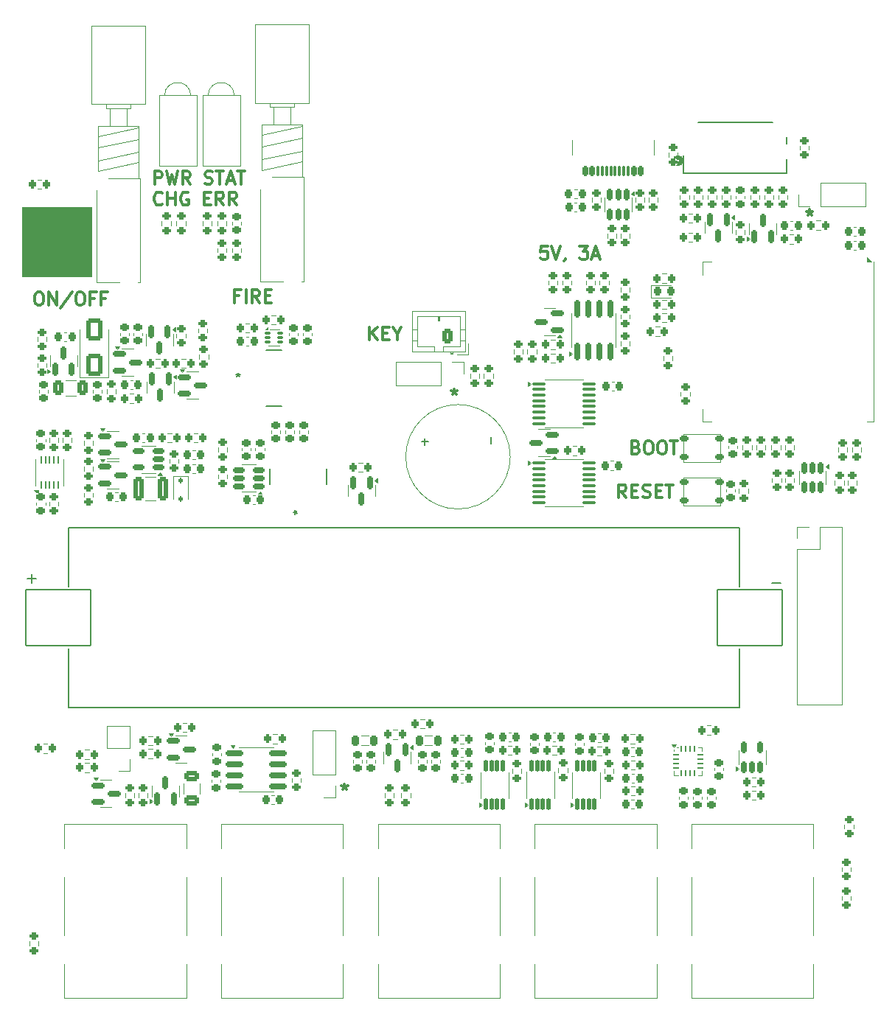
<source format=gto>
G04 #@! TF.GenerationSoftware,KiCad,Pcbnew,8.0.4*
G04 #@! TF.CreationDate,2025-03-13T03:49:55-05:00*
G04 #@! TF.ProjectId,Unify_1,556e6966-795f-4312-9e6b-696361645f70,rev?*
G04 #@! TF.SameCoordinates,Original*
G04 #@! TF.FileFunction,Legend,Top*
G04 #@! TF.FilePolarity,Positive*
%FSLAX46Y46*%
G04 Gerber Fmt 4.6, Leading zero omitted, Abs format (unit mm)*
G04 Created by KiCad (PCBNEW 8.0.4) date 2025-03-13 03:49:55*
%MOMM*%
%LPD*%
G01*
G04 APERTURE LIST*
G04 Aperture macros list*
%AMRoundRect*
0 Rectangle with rounded corners*
0 $1 Rounding radius*
0 $2 $3 $4 $5 $6 $7 $8 $9 X,Y pos of 4 corners*
0 Add a 4 corners polygon primitive as box body*
4,1,4,$2,$3,$4,$5,$6,$7,$8,$9,$2,$3,0*
0 Add four circle primitives for the rounded corners*
1,1,$1+$1,$2,$3*
1,1,$1+$1,$4,$5*
1,1,$1+$1,$6,$7*
1,1,$1+$1,$8,$9*
0 Add four rect primitives between the rounded corners*
20,1,$1+$1,$2,$3,$4,$5,0*
20,1,$1+$1,$4,$5,$6,$7,0*
20,1,$1+$1,$6,$7,$8,$9,0*
20,1,$1+$1,$8,$9,$2,$3,0*%
G04 Aperture macros list end*
%ADD10C,0.100000*%
%ADD11C,0.300000*%
%ADD12C,0.150000*%
%ADD13C,0.120000*%
%ADD14C,0.152400*%
%ADD15C,0.127000*%
%ADD16C,0.508000*%
%ADD17C,1.800000*%
%ADD18C,2.200000*%
%ADD19R,3.900000X3.900000*%
%ADD20R,0.900000X1.500000*%
%ADD21R,1.500000X0.900000*%
%ADD22RoundRect,0.200000X-0.275000X0.200000X-0.275000X-0.200000X0.275000X-0.200000X0.275000X0.200000X0*%
%ADD23R,2.006600X5.994400*%
%ADD24R,5.994400X2.006600*%
%ADD25R,1.680000X1.680000*%
%ADD26RoundRect,0.060000X-0.060000X-0.240000X0.060000X-0.240000X0.060000X0.240000X-0.060000X0.240000X0*%
%ADD27RoundRect,0.060000X0.240000X-0.060000X0.240000X0.060000X-0.240000X0.060000X-0.240000X-0.060000X0*%
%ADD28RoundRect,0.060000X-0.240000X0.060000X-0.240000X-0.060000X0.240000X-0.060000X0.240000X0.060000X0*%
%ADD29RoundRect,0.225000X0.250000X-0.225000X0.250000X0.225000X-0.250000X0.225000X-0.250000X-0.225000X0*%
%ADD30RoundRect,0.225000X0.225000X0.250000X-0.225000X0.250000X-0.225000X-0.250000X0.225000X-0.250000X0*%
%ADD31RoundRect,0.225000X-0.250000X0.225000X-0.250000X-0.225000X0.250000X-0.225000X0.250000X0.225000X0*%
%ADD32RoundRect,0.225000X-0.225000X-0.250000X0.225000X-0.250000X0.225000X0.250000X-0.225000X0.250000X0*%
%ADD33RoundRect,0.200000X0.275000X-0.200000X0.275000X0.200000X-0.275000X0.200000X-0.275000X-0.200000X0*%
%ADD34C,1.400000*%
%ADD35RoundRect,0.102000X3.730000X3.235000X-3.730000X3.235000X-3.730000X-3.235000X3.730000X-3.235000X0*%
%ADD36C,2.390000*%
%ADD37C,3.450000*%
%ADD38RoundRect,0.112500X0.112500X-0.587500X0.112500X0.587500X-0.112500X0.587500X-0.112500X-0.587500X0*%
%ADD39RoundRect,0.150000X0.512500X0.150000X-0.512500X0.150000X-0.512500X-0.150000X0.512500X-0.150000X0*%
%ADD40RoundRect,0.200000X0.200000X0.275000X-0.200000X0.275000X-0.200000X-0.275000X0.200000X-0.275000X0*%
%ADD41RoundRect,0.250000X-0.375000X-1.075000X0.375000X-1.075000X0.375000X1.075000X-0.375000X1.075000X0*%
%ADD42RoundRect,0.112500X-0.112500X0.187500X-0.112500X-0.187500X0.112500X-0.187500X0.112500X0.187500X0*%
%ADD43R,0.711200X0.990600*%
%ADD44R,1.143000X1.193800*%
%ADD45R,1.447800X1.193800*%
%ADD46R,0.990600X0.711200*%
%ADD47R,1.397000X0.889000*%
%ADD48RoundRect,0.085000X-0.265000X-0.085000X0.265000X-0.085000X0.265000X0.085000X-0.265000X0.085000X0*%
%ADD49RoundRect,0.100000X-0.637500X-0.100000X0.637500X-0.100000X0.637500X0.100000X-0.637500X0.100000X0*%
%ADD50R,2.350000X1.580000*%
%ADD51RoundRect,0.062500X0.062500X-0.350000X0.062500X0.350000X-0.062500X0.350000X-0.062500X-0.350000X0*%
%ADD52RoundRect,0.200000X-0.200000X-0.275000X0.200000X-0.275000X0.200000X0.275000X-0.200000X0.275000X0*%
%ADD53RoundRect,0.150000X-0.587500X-0.150000X0.587500X-0.150000X0.587500X0.150000X-0.587500X0.150000X0*%
%ADD54RoundRect,0.150000X0.150000X-0.587500X0.150000X0.587500X-0.150000X0.587500X-0.150000X-0.587500X0*%
%ADD55RoundRect,0.150000X0.587500X0.150000X-0.587500X0.150000X-0.587500X-0.150000X0.587500X-0.150000X0*%
%ADD56RoundRect,0.150000X-0.150000X0.587500X-0.150000X-0.587500X0.150000X-0.587500X0.150000X0.587500X0*%
%ADD57R,1.700000X1.700000*%
%ADD58O,1.700000X1.700000*%
%ADD59RoundRect,0.250000X0.625000X-0.375000X0.625000X0.375000X-0.625000X0.375000X-0.625000X-0.375000X0*%
%ADD60RoundRect,0.250000X0.650000X-1.000000X0.650000X1.000000X-0.650000X1.000000X-0.650000X-1.000000X0*%
%ADD61C,2.000000*%
%ADD62R,2.000000X2.000000*%
%ADD63RoundRect,0.218750X-0.218750X-0.256250X0.218750X-0.256250X0.218750X0.256250X-0.218750X0.256250X0*%
%ADD64C,1.600000*%
%ADD65C,3.300000*%
%ADD66O,1.000000X1.800000*%
%ADD67O,1.000000X2.100000*%
%ADD68RoundRect,0.150000X0.150000X0.425000X-0.150000X0.425000X-0.150000X-0.425000X0.150000X-0.425000X0*%
%ADD69RoundRect,0.075000X0.075000X0.500000X-0.075000X0.500000X-0.075000X-0.500000X0.075000X-0.500000X0*%
%ADD70C,0.650000*%
%ADD71RoundRect,0.250000X0.375000X0.625000X-0.375000X0.625000X-0.375000X-0.625000X0.375000X-0.625000X0*%
%ADD72O,1.200000X1.750000*%
%ADD73RoundRect,0.250000X0.350000X0.625000X-0.350000X0.625000X-0.350000X-0.625000X0.350000X-0.625000X0*%
%ADD74C,5.400000*%
%ADD75RoundRect,0.218750X-0.218750X-0.381250X0.218750X-0.381250X0.218750X0.381250X-0.218750X0.381250X0*%
%ADD76RoundRect,0.150000X0.150000X-0.825000X0.150000X0.825000X-0.150000X0.825000X-0.150000X-0.825000X0*%
%ADD77RoundRect,0.150000X-0.825000X-0.150000X0.825000X-0.150000X0.825000X0.150000X-0.825000X0.150000X0*%
%ADD78RoundRect,0.150000X-0.150000X0.512500X-0.150000X-0.512500X0.150000X-0.512500X0.150000X0.512500X0*%
%ADD79RoundRect,0.150000X0.150000X-0.512500X0.150000X0.512500X-0.150000X0.512500X-0.150000X-0.512500X0*%
%ADD80RoundRect,0.218750X0.218750X0.256250X-0.218750X0.256250X-0.218750X-0.256250X0.218750X-0.256250X0*%
%ADD81RoundRect,0.175000X-0.325000X-0.175000X0.325000X-0.175000X0.325000X0.175000X-0.325000X0.175000X0*%
G04 APERTURE END LIST*
D10*
X132100000Y-60800000D02*
X140100000Y-60800000D01*
X140100000Y-68800000D01*
X132100000Y-68800000D01*
X132100000Y-60800000D01*
G36*
X132100000Y-60800000D02*
G01*
X140100000Y-60800000D01*
X140100000Y-68800000D01*
X132100000Y-68800000D01*
X132100000Y-60800000D01*
G37*
D11*
X222568796Y-61100828D02*
X222568796Y-61457971D01*
X222211653Y-61315114D02*
X222568796Y-61457971D01*
X222568796Y-61457971D02*
X222925939Y-61315114D01*
X222354510Y-61743685D02*
X222568796Y-61457971D01*
X222568796Y-61457971D02*
X222783082Y-61743685D01*
X169168796Y-127100828D02*
X169168796Y-127457971D01*
X168811653Y-127315114D02*
X169168796Y-127457971D01*
X169168796Y-127457971D02*
X169525939Y-127315114D01*
X168954510Y-127743685D02*
X169168796Y-127457971D01*
X169168796Y-127457971D02*
X169383082Y-127743685D01*
X181768796Y-81700828D02*
X181768796Y-82057971D01*
X181411653Y-81915114D02*
X181768796Y-82057971D01*
X181768796Y-82057971D02*
X182125939Y-81915114D01*
X181554510Y-82343685D02*
X181768796Y-82057971D01*
X181768796Y-82057971D02*
X181983082Y-82343685D01*
X192468796Y-65300828D02*
X191754510Y-65300828D01*
X191754510Y-65300828D02*
X191683082Y-66015114D01*
X191683082Y-66015114D02*
X191754510Y-65943685D01*
X191754510Y-65943685D02*
X191897368Y-65872257D01*
X191897368Y-65872257D02*
X192254510Y-65872257D01*
X192254510Y-65872257D02*
X192397368Y-65943685D01*
X192397368Y-65943685D02*
X192468796Y-66015114D01*
X192468796Y-66015114D02*
X192540225Y-66157971D01*
X192540225Y-66157971D02*
X192540225Y-66515114D01*
X192540225Y-66515114D02*
X192468796Y-66657971D01*
X192468796Y-66657971D02*
X192397368Y-66729400D01*
X192397368Y-66729400D02*
X192254510Y-66800828D01*
X192254510Y-66800828D02*
X191897368Y-66800828D01*
X191897368Y-66800828D02*
X191754510Y-66729400D01*
X191754510Y-66729400D02*
X191683082Y-66657971D01*
X192968796Y-65300828D02*
X193468796Y-66800828D01*
X193468796Y-66800828D02*
X193968796Y-65300828D01*
X194540224Y-66729400D02*
X194540224Y-66800828D01*
X194540224Y-66800828D02*
X194468795Y-66943685D01*
X194468795Y-66943685D02*
X194397367Y-67015114D01*
X196183081Y-65300828D02*
X197111653Y-65300828D01*
X197111653Y-65300828D02*
X196611653Y-65872257D01*
X196611653Y-65872257D02*
X196825938Y-65872257D01*
X196825938Y-65872257D02*
X196968796Y-65943685D01*
X196968796Y-65943685D02*
X197040224Y-66015114D01*
X197040224Y-66015114D02*
X197111653Y-66157971D01*
X197111653Y-66157971D02*
X197111653Y-66515114D01*
X197111653Y-66515114D02*
X197040224Y-66657971D01*
X197040224Y-66657971D02*
X196968796Y-66729400D01*
X196968796Y-66729400D02*
X196825938Y-66800828D01*
X196825938Y-66800828D02*
X196397367Y-66800828D01*
X196397367Y-66800828D02*
X196254510Y-66729400D01*
X196254510Y-66729400D02*
X196183081Y-66657971D01*
X197683081Y-66372257D02*
X198397367Y-66372257D01*
X197540224Y-66800828D02*
X198040224Y-65300828D01*
X198040224Y-65300828D02*
X198540224Y-66800828D01*
X147354510Y-58185912D02*
X147354510Y-56685912D01*
X147354510Y-56685912D02*
X147925939Y-56685912D01*
X147925939Y-56685912D02*
X148068796Y-56757341D01*
X148068796Y-56757341D02*
X148140225Y-56828769D01*
X148140225Y-56828769D02*
X148211653Y-56971626D01*
X148211653Y-56971626D02*
X148211653Y-57185912D01*
X148211653Y-57185912D02*
X148140225Y-57328769D01*
X148140225Y-57328769D02*
X148068796Y-57400198D01*
X148068796Y-57400198D02*
X147925939Y-57471626D01*
X147925939Y-57471626D02*
X147354510Y-57471626D01*
X148711653Y-56685912D02*
X149068796Y-58185912D01*
X149068796Y-58185912D02*
X149354510Y-57114484D01*
X149354510Y-57114484D02*
X149640225Y-58185912D01*
X149640225Y-58185912D02*
X149997368Y-56685912D01*
X151425939Y-58185912D02*
X150925939Y-57471626D01*
X150568796Y-58185912D02*
X150568796Y-56685912D01*
X150568796Y-56685912D02*
X151140225Y-56685912D01*
X151140225Y-56685912D02*
X151283082Y-56757341D01*
X151283082Y-56757341D02*
X151354511Y-56828769D01*
X151354511Y-56828769D02*
X151425939Y-56971626D01*
X151425939Y-56971626D02*
X151425939Y-57185912D01*
X151425939Y-57185912D02*
X151354511Y-57328769D01*
X151354511Y-57328769D02*
X151283082Y-57400198D01*
X151283082Y-57400198D02*
X151140225Y-57471626D01*
X151140225Y-57471626D02*
X150568796Y-57471626D01*
X153140225Y-58114484D02*
X153354511Y-58185912D01*
X153354511Y-58185912D02*
X153711653Y-58185912D01*
X153711653Y-58185912D02*
X153854511Y-58114484D01*
X153854511Y-58114484D02*
X153925939Y-58043055D01*
X153925939Y-58043055D02*
X153997368Y-57900198D01*
X153997368Y-57900198D02*
X153997368Y-57757341D01*
X153997368Y-57757341D02*
X153925939Y-57614484D01*
X153925939Y-57614484D02*
X153854511Y-57543055D01*
X153854511Y-57543055D02*
X153711653Y-57471626D01*
X153711653Y-57471626D02*
X153425939Y-57400198D01*
X153425939Y-57400198D02*
X153283082Y-57328769D01*
X153283082Y-57328769D02*
X153211653Y-57257341D01*
X153211653Y-57257341D02*
X153140225Y-57114484D01*
X153140225Y-57114484D02*
X153140225Y-56971626D01*
X153140225Y-56971626D02*
X153211653Y-56828769D01*
X153211653Y-56828769D02*
X153283082Y-56757341D01*
X153283082Y-56757341D02*
X153425939Y-56685912D01*
X153425939Y-56685912D02*
X153783082Y-56685912D01*
X153783082Y-56685912D02*
X153997368Y-56757341D01*
X154425939Y-56685912D02*
X155283082Y-56685912D01*
X154854510Y-58185912D02*
X154854510Y-56685912D01*
X155711653Y-57757341D02*
X156425939Y-57757341D01*
X155568796Y-58185912D02*
X156068796Y-56685912D01*
X156068796Y-56685912D02*
X156568796Y-58185912D01*
X156854510Y-56685912D02*
X157711653Y-56685912D01*
X157283081Y-58185912D02*
X157283081Y-56685912D01*
X148211653Y-60457971D02*
X148140225Y-60529400D01*
X148140225Y-60529400D02*
X147925939Y-60600828D01*
X147925939Y-60600828D02*
X147783082Y-60600828D01*
X147783082Y-60600828D02*
X147568796Y-60529400D01*
X147568796Y-60529400D02*
X147425939Y-60386542D01*
X147425939Y-60386542D02*
X147354510Y-60243685D01*
X147354510Y-60243685D02*
X147283082Y-59957971D01*
X147283082Y-59957971D02*
X147283082Y-59743685D01*
X147283082Y-59743685D02*
X147354510Y-59457971D01*
X147354510Y-59457971D02*
X147425939Y-59315114D01*
X147425939Y-59315114D02*
X147568796Y-59172257D01*
X147568796Y-59172257D02*
X147783082Y-59100828D01*
X147783082Y-59100828D02*
X147925939Y-59100828D01*
X147925939Y-59100828D02*
X148140225Y-59172257D01*
X148140225Y-59172257D02*
X148211653Y-59243685D01*
X148854510Y-60600828D02*
X148854510Y-59100828D01*
X148854510Y-59815114D02*
X149711653Y-59815114D01*
X149711653Y-60600828D02*
X149711653Y-59100828D01*
X151211654Y-59172257D02*
X151068797Y-59100828D01*
X151068797Y-59100828D02*
X150854511Y-59100828D01*
X150854511Y-59100828D02*
X150640225Y-59172257D01*
X150640225Y-59172257D02*
X150497368Y-59315114D01*
X150497368Y-59315114D02*
X150425939Y-59457971D01*
X150425939Y-59457971D02*
X150354511Y-59743685D01*
X150354511Y-59743685D02*
X150354511Y-59957971D01*
X150354511Y-59957971D02*
X150425939Y-60243685D01*
X150425939Y-60243685D02*
X150497368Y-60386542D01*
X150497368Y-60386542D02*
X150640225Y-60529400D01*
X150640225Y-60529400D02*
X150854511Y-60600828D01*
X150854511Y-60600828D02*
X150997368Y-60600828D01*
X150997368Y-60600828D02*
X151211654Y-60529400D01*
X151211654Y-60529400D02*
X151283082Y-60457971D01*
X151283082Y-60457971D02*
X151283082Y-59957971D01*
X151283082Y-59957971D02*
X150997368Y-59957971D01*
X153068796Y-59815114D02*
X153568796Y-59815114D01*
X153783082Y-60600828D02*
X153068796Y-60600828D01*
X153068796Y-60600828D02*
X153068796Y-59100828D01*
X153068796Y-59100828D02*
X153783082Y-59100828D01*
X155283082Y-60600828D02*
X154783082Y-59886542D01*
X154425939Y-60600828D02*
X154425939Y-59100828D01*
X154425939Y-59100828D02*
X154997368Y-59100828D01*
X154997368Y-59100828D02*
X155140225Y-59172257D01*
X155140225Y-59172257D02*
X155211654Y-59243685D01*
X155211654Y-59243685D02*
X155283082Y-59386542D01*
X155283082Y-59386542D02*
X155283082Y-59600828D01*
X155283082Y-59600828D02*
X155211654Y-59743685D01*
X155211654Y-59743685D02*
X155140225Y-59815114D01*
X155140225Y-59815114D02*
X154997368Y-59886542D01*
X154997368Y-59886542D02*
X154425939Y-59886542D01*
X156783082Y-60600828D02*
X156283082Y-59886542D01*
X155925939Y-60600828D02*
X155925939Y-59100828D01*
X155925939Y-59100828D02*
X156497368Y-59100828D01*
X156497368Y-59100828D02*
X156640225Y-59172257D01*
X156640225Y-59172257D02*
X156711654Y-59243685D01*
X156711654Y-59243685D02*
X156783082Y-59386542D01*
X156783082Y-59386542D02*
X156783082Y-59600828D01*
X156783082Y-59600828D02*
X156711654Y-59743685D01*
X156711654Y-59743685D02*
X156640225Y-59815114D01*
X156640225Y-59815114D02*
X156497368Y-59886542D01*
X156497368Y-59886542D02*
X155925939Y-59886542D01*
X201511653Y-94200828D02*
X201011653Y-93486542D01*
X200654510Y-94200828D02*
X200654510Y-92700828D01*
X200654510Y-92700828D02*
X201225939Y-92700828D01*
X201225939Y-92700828D02*
X201368796Y-92772257D01*
X201368796Y-92772257D02*
X201440225Y-92843685D01*
X201440225Y-92843685D02*
X201511653Y-92986542D01*
X201511653Y-92986542D02*
X201511653Y-93200828D01*
X201511653Y-93200828D02*
X201440225Y-93343685D01*
X201440225Y-93343685D02*
X201368796Y-93415114D01*
X201368796Y-93415114D02*
X201225939Y-93486542D01*
X201225939Y-93486542D02*
X200654510Y-93486542D01*
X202154510Y-93415114D02*
X202654510Y-93415114D01*
X202868796Y-94200828D02*
X202154510Y-94200828D01*
X202154510Y-94200828D02*
X202154510Y-92700828D01*
X202154510Y-92700828D02*
X202868796Y-92700828D01*
X203440225Y-94129400D02*
X203654511Y-94200828D01*
X203654511Y-94200828D02*
X204011653Y-94200828D01*
X204011653Y-94200828D02*
X204154511Y-94129400D01*
X204154511Y-94129400D02*
X204225939Y-94057971D01*
X204225939Y-94057971D02*
X204297368Y-93915114D01*
X204297368Y-93915114D02*
X204297368Y-93772257D01*
X204297368Y-93772257D02*
X204225939Y-93629400D01*
X204225939Y-93629400D02*
X204154511Y-93557971D01*
X204154511Y-93557971D02*
X204011653Y-93486542D01*
X204011653Y-93486542D02*
X203725939Y-93415114D01*
X203725939Y-93415114D02*
X203583082Y-93343685D01*
X203583082Y-93343685D02*
X203511653Y-93272257D01*
X203511653Y-93272257D02*
X203440225Y-93129400D01*
X203440225Y-93129400D02*
X203440225Y-92986542D01*
X203440225Y-92986542D02*
X203511653Y-92843685D01*
X203511653Y-92843685D02*
X203583082Y-92772257D01*
X203583082Y-92772257D02*
X203725939Y-92700828D01*
X203725939Y-92700828D02*
X204083082Y-92700828D01*
X204083082Y-92700828D02*
X204297368Y-92772257D01*
X204940224Y-93415114D02*
X205440224Y-93415114D01*
X205654510Y-94200828D02*
X204940224Y-94200828D01*
X204940224Y-94200828D02*
X204940224Y-92700828D01*
X204940224Y-92700828D02*
X205654510Y-92700828D01*
X206083082Y-92700828D02*
X206940225Y-92700828D01*
X206511653Y-94200828D02*
X206511653Y-92700828D01*
X202654510Y-88415114D02*
X202868796Y-88486542D01*
X202868796Y-88486542D02*
X202940225Y-88557971D01*
X202940225Y-88557971D02*
X203011653Y-88700828D01*
X203011653Y-88700828D02*
X203011653Y-88915114D01*
X203011653Y-88915114D02*
X202940225Y-89057971D01*
X202940225Y-89057971D02*
X202868796Y-89129400D01*
X202868796Y-89129400D02*
X202725939Y-89200828D01*
X202725939Y-89200828D02*
X202154510Y-89200828D01*
X202154510Y-89200828D02*
X202154510Y-87700828D01*
X202154510Y-87700828D02*
X202654510Y-87700828D01*
X202654510Y-87700828D02*
X202797368Y-87772257D01*
X202797368Y-87772257D02*
X202868796Y-87843685D01*
X202868796Y-87843685D02*
X202940225Y-87986542D01*
X202940225Y-87986542D02*
X202940225Y-88129400D01*
X202940225Y-88129400D02*
X202868796Y-88272257D01*
X202868796Y-88272257D02*
X202797368Y-88343685D01*
X202797368Y-88343685D02*
X202654510Y-88415114D01*
X202654510Y-88415114D02*
X202154510Y-88415114D01*
X203940225Y-87700828D02*
X204225939Y-87700828D01*
X204225939Y-87700828D02*
X204368796Y-87772257D01*
X204368796Y-87772257D02*
X204511653Y-87915114D01*
X204511653Y-87915114D02*
X204583082Y-88200828D01*
X204583082Y-88200828D02*
X204583082Y-88700828D01*
X204583082Y-88700828D02*
X204511653Y-88986542D01*
X204511653Y-88986542D02*
X204368796Y-89129400D01*
X204368796Y-89129400D02*
X204225939Y-89200828D01*
X204225939Y-89200828D02*
X203940225Y-89200828D01*
X203940225Y-89200828D02*
X203797368Y-89129400D01*
X203797368Y-89129400D02*
X203654510Y-88986542D01*
X203654510Y-88986542D02*
X203583082Y-88700828D01*
X203583082Y-88700828D02*
X203583082Y-88200828D01*
X203583082Y-88200828D02*
X203654510Y-87915114D01*
X203654510Y-87915114D02*
X203797368Y-87772257D01*
X203797368Y-87772257D02*
X203940225Y-87700828D01*
X205511654Y-87700828D02*
X205797368Y-87700828D01*
X205797368Y-87700828D02*
X205940225Y-87772257D01*
X205940225Y-87772257D02*
X206083082Y-87915114D01*
X206083082Y-87915114D02*
X206154511Y-88200828D01*
X206154511Y-88200828D02*
X206154511Y-88700828D01*
X206154511Y-88700828D02*
X206083082Y-88986542D01*
X206083082Y-88986542D02*
X205940225Y-89129400D01*
X205940225Y-89129400D02*
X205797368Y-89200828D01*
X205797368Y-89200828D02*
X205511654Y-89200828D01*
X205511654Y-89200828D02*
X205368797Y-89129400D01*
X205368797Y-89129400D02*
X205225939Y-88986542D01*
X205225939Y-88986542D02*
X205154511Y-88700828D01*
X205154511Y-88700828D02*
X205154511Y-88200828D01*
X205154511Y-88200828D02*
X205225939Y-87915114D01*
X205225939Y-87915114D02*
X205368797Y-87772257D01*
X205368797Y-87772257D02*
X205511654Y-87700828D01*
X206583083Y-87700828D02*
X207440226Y-87700828D01*
X207011654Y-89200828D02*
X207011654Y-87700828D01*
X157054510Y-71015114D02*
X156554510Y-71015114D01*
X156554510Y-71800828D02*
X156554510Y-70300828D01*
X156554510Y-70300828D02*
X157268796Y-70300828D01*
X157840224Y-71800828D02*
X157840224Y-70300828D01*
X159411653Y-71800828D02*
X158911653Y-71086542D01*
X158554510Y-71800828D02*
X158554510Y-70300828D01*
X158554510Y-70300828D02*
X159125939Y-70300828D01*
X159125939Y-70300828D02*
X159268796Y-70372257D01*
X159268796Y-70372257D02*
X159340225Y-70443685D01*
X159340225Y-70443685D02*
X159411653Y-70586542D01*
X159411653Y-70586542D02*
X159411653Y-70800828D01*
X159411653Y-70800828D02*
X159340225Y-70943685D01*
X159340225Y-70943685D02*
X159268796Y-71015114D01*
X159268796Y-71015114D02*
X159125939Y-71086542D01*
X159125939Y-71086542D02*
X158554510Y-71086542D01*
X160054510Y-71015114D02*
X160554510Y-71015114D01*
X160768796Y-71800828D02*
X160054510Y-71800828D01*
X160054510Y-71800828D02*
X160054510Y-70300828D01*
X160054510Y-70300828D02*
X160768796Y-70300828D01*
X172054510Y-76100828D02*
X172054510Y-74600828D01*
X172911653Y-76100828D02*
X172268796Y-75243685D01*
X172911653Y-74600828D02*
X172054510Y-75457971D01*
X173554510Y-75315114D02*
X174054510Y-75315114D01*
X174268796Y-76100828D02*
X173554510Y-76100828D01*
X173554510Y-76100828D02*
X173554510Y-74600828D01*
X173554510Y-74600828D02*
X174268796Y-74600828D01*
X175197368Y-75386542D02*
X175197368Y-76100828D01*
X174697368Y-74600828D02*
X175197368Y-75386542D01*
X175197368Y-75386542D02*
X175697368Y-74600828D01*
X133940225Y-70600828D02*
X134225939Y-70600828D01*
X134225939Y-70600828D02*
X134368796Y-70672257D01*
X134368796Y-70672257D02*
X134511653Y-70815114D01*
X134511653Y-70815114D02*
X134583082Y-71100828D01*
X134583082Y-71100828D02*
X134583082Y-71600828D01*
X134583082Y-71600828D02*
X134511653Y-71886542D01*
X134511653Y-71886542D02*
X134368796Y-72029400D01*
X134368796Y-72029400D02*
X134225939Y-72100828D01*
X134225939Y-72100828D02*
X133940225Y-72100828D01*
X133940225Y-72100828D02*
X133797368Y-72029400D01*
X133797368Y-72029400D02*
X133654510Y-71886542D01*
X133654510Y-71886542D02*
X133583082Y-71600828D01*
X133583082Y-71600828D02*
X133583082Y-71100828D01*
X133583082Y-71100828D02*
X133654510Y-70815114D01*
X133654510Y-70815114D02*
X133797368Y-70672257D01*
X133797368Y-70672257D02*
X133940225Y-70600828D01*
X135225939Y-72100828D02*
X135225939Y-70600828D01*
X135225939Y-70600828D02*
X136083082Y-72100828D01*
X136083082Y-72100828D02*
X136083082Y-70600828D01*
X137868797Y-70529400D02*
X136583083Y-72457971D01*
X138654512Y-70600828D02*
X138940226Y-70600828D01*
X138940226Y-70600828D02*
X139083083Y-70672257D01*
X139083083Y-70672257D02*
X139225940Y-70815114D01*
X139225940Y-70815114D02*
X139297369Y-71100828D01*
X139297369Y-71100828D02*
X139297369Y-71600828D01*
X139297369Y-71600828D02*
X139225940Y-71886542D01*
X139225940Y-71886542D02*
X139083083Y-72029400D01*
X139083083Y-72029400D02*
X138940226Y-72100828D01*
X138940226Y-72100828D02*
X138654512Y-72100828D01*
X138654512Y-72100828D02*
X138511655Y-72029400D01*
X138511655Y-72029400D02*
X138368797Y-71886542D01*
X138368797Y-71886542D02*
X138297369Y-71600828D01*
X138297369Y-71600828D02*
X138297369Y-71100828D01*
X138297369Y-71100828D02*
X138368797Y-70815114D01*
X138368797Y-70815114D02*
X138511655Y-70672257D01*
X138511655Y-70672257D02*
X138654512Y-70600828D01*
X140440226Y-71315114D02*
X139940226Y-71315114D01*
X139940226Y-72100828D02*
X139940226Y-70600828D01*
X139940226Y-70600828D02*
X140654512Y-70600828D01*
X141725940Y-71315114D02*
X141225940Y-71315114D01*
X141225940Y-72100828D02*
X141225940Y-70600828D01*
X141225940Y-70600828D02*
X141940226Y-70600828D01*
D12*
X156935200Y-79904819D02*
X156935200Y-80142914D01*
X156697105Y-80047676D02*
X156935200Y-80142914D01*
X156935200Y-80142914D02*
X157173295Y-80047676D01*
X156792343Y-80333390D02*
X156935200Y-80142914D01*
X156935200Y-80142914D02*
X157078057Y-80333390D01*
X156935200Y-79904819D02*
X156935200Y-80142914D01*
X156697105Y-80047676D02*
X156935200Y-80142914D01*
X156935200Y-80142914D02*
X157173295Y-80047676D01*
X156792343Y-80333390D02*
X156935200Y-80142914D01*
X156935200Y-80142914D02*
X157078057Y-80333390D01*
X163301319Y-95873799D02*
X163539414Y-95873799D01*
X163444176Y-96111894D02*
X163539414Y-95873799D01*
X163539414Y-95873799D02*
X163444176Y-95635704D01*
X163729890Y-96016656D02*
X163539414Y-95873799D01*
X163539414Y-95873799D02*
X163729890Y-95730942D01*
X163301319Y-95873799D02*
X163539414Y-95873799D01*
X163444176Y-96111894D02*
X163539414Y-95873799D01*
X163539414Y-95873799D02*
X163444176Y-95635704D01*
X163729890Y-96016656D02*
X163539414Y-95873799D01*
X163539414Y-95873799D02*
X163729890Y-95730942D01*
X185988866Y-87963220D02*
X185988866Y-87201316D01*
X178388866Y-88163220D02*
X178388866Y-87401316D01*
X178769819Y-87782268D02*
X178007914Y-87782268D01*
D10*
X140900000Y-56700000D02*
X145500000Y-55700000D01*
X140900000Y-55500000D02*
X145500000Y-54500000D01*
X140900000Y-54000000D02*
X145500000Y-53000000D01*
X140900000Y-52700000D02*
X145500000Y-51700000D01*
X140700000Y-69500000D02*
X145700000Y-69500000D01*
X145700000Y-57500000D01*
X140700000Y-57500000D01*
X140700000Y-69500000D01*
X140900000Y-57500000D02*
X145500000Y-57500000D01*
X145500000Y-51500000D01*
X140900000Y-51500000D01*
X140900000Y-57500000D01*
X142200000Y-51500000D02*
X144200000Y-51500000D01*
X144200000Y-49500000D01*
X142200000Y-49500000D01*
X142200000Y-51500000D01*
X141800000Y-49500000D02*
X144600000Y-49500000D01*
X144600000Y-49000000D01*
X141800000Y-49000000D01*
X141800000Y-49500000D01*
X140100000Y-49000000D02*
X146300000Y-49000000D01*
X146300000Y-40000000D01*
X140100000Y-40000000D01*
X140100000Y-49000000D01*
X159700000Y-56550000D02*
X164300000Y-55550000D01*
X159700000Y-55350000D02*
X164300000Y-54350000D01*
X159700000Y-53850000D02*
X164300000Y-52850000D01*
X159700000Y-52550000D02*
X164300000Y-51550000D01*
X159500000Y-69350000D02*
X164500000Y-69350000D01*
X164500000Y-57350000D01*
X159500000Y-57350000D01*
X159500000Y-69350000D01*
X159700000Y-57350000D02*
X164300000Y-57350000D01*
X164300000Y-51350000D01*
X159700000Y-51350000D01*
X159700000Y-57350000D01*
X161000000Y-51350000D02*
X163000000Y-51350000D01*
X163000000Y-49350000D01*
X161000000Y-49350000D01*
X161000000Y-51350000D01*
X160600000Y-49350000D02*
X163400000Y-49350000D01*
X163400000Y-48850000D01*
X160600000Y-48850000D01*
X160600000Y-49350000D01*
X158900000Y-48850000D02*
X165100000Y-48850000D01*
X165100000Y-39850000D01*
X158900000Y-39850000D01*
X158900000Y-48850000D01*
D13*
X229660000Y-67100000D02*
X229160000Y-67100000D01*
X229160000Y-66600000D01*
X229660000Y-67100000D01*
G36*
X229660000Y-67100000D02*
G01*
X229160000Y-67100000D01*
X229160000Y-66600000D01*
X229660000Y-67100000D01*
G37*
X229910000Y-85500000D02*
X229210000Y-85500000D01*
X229910000Y-67100000D02*
X229910000Y-85500000D01*
X211310000Y-67100000D02*
X210310000Y-67100000D01*
X210310000Y-85500000D02*
X211310000Y-85500000D01*
X210310000Y-85500000D02*
X210310000Y-84000000D01*
X210310000Y-67100000D02*
X210310000Y-68600000D01*
X219322500Y-91962742D02*
X219322500Y-92437258D01*
X218277500Y-91962742D02*
X218277500Y-92437258D01*
X220822500Y-91962742D02*
X220822500Y-92437258D01*
X219777500Y-91962742D02*
X219777500Y-92437258D01*
D14*
X161963919Y-77224200D02*
X160136081Y-77224200D01*
X160136081Y-83675800D02*
X161963919Y-83675800D01*
X167072300Y-92672919D02*
X167072300Y-90845081D01*
X160620700Y-90845081D02*
X160620700Y-92672919D01*
D13*
X206995000Y-122870000D02*
X206755000Y-122540000D01*
X207235000Y-122540000D01*
X206995000Y-122870000D01*
G36*
X206995000Y-122870000D02*
G01*
X206755000Y-122540000D01*
X207235000Y-122540000D01*
X206995000Y-122870000D01*
G37*
X210215000Y-126090000D02*
X210215000Y-125615000D01*
X210215000Y-122870000D02*
X210215000Y-123345000D01*
X209740000Y-126090000D02*
X210215000Y-126090000D01*
X209740000Y-122870000D02*
X210215000Y-122870000D01*
X207470000Y-126090000D02*
X206995000Y-126090000D01*
X207470000Y-122870000D02*
X207295000Y-122870000D01*
X206995000Y-126090000D02*
X206995000Y-125615000D01*
X206995000Y-123345000D02*
X206995000Y-123110000D01*
X153990000Y-123840580D02*
X153990000Y-123559420D01*
X155010000Y-123840580D02*
X155010000Y-123559420D01*
X143121830Y-94610000D02*
X142840670Y-94610000D01*
X143121830Y-93590000D02*
X142840670Y-93590000D01*
X208610000Y-128554420D02*
X208610000Y-128835580D01*
X207590000Y-128554420D02*
X207590000Y-128835580D01*
X151740670Y-88790000D02*
X152021830Y-88790000D01*
X151740670Y-89810000D02*
X152021830Y-89810000D01*
X159956500Y-88799580D02*
X159956500Y-88518420D01*
X158936500Y-88799580D02*
X158936500Y-88518420D01*
X162336500Y-86799580D02*
X162336500Y-86518420D01*
X163356500Y-86799580D02*
X163356500Y-86518420D01*
X160736500Y-86799580D02*
X160736500Y-86518420D01*
X161756500Y-86799580D02*
X161756500Y-86518420D01*
X151740670Y-90390000D02*
X152021830Y-90390000D01*
X151740670Y-91410000D02*
X152021830Y-91410000D01*
X165410000Y-75309420D02*
X165410000Y-75590580D01*
X164390000Y-75309420D02*
X164390000Y-75590580D01*
X163810000Y-75309420D02*
X163810000Y-75590580D01*
X162790000Y-75309420D02*
X162790000Y-75590580D01*
X135110000Y-81859420D02*
X135110000Y-82140580D01*
X134090000Y-81859420D02*
X134090000Y-82140580D01*
X143390000Y-75540580D02*
X143390000Y-75259420D01*
X144410000Y-75540580D02*
X144410000Y-75259420D01*
X144890000Y-75540580D02*
X144890000Y-75259420D01*
X145910000Y-75540580D02*
X145910000Y-75259420D01*
X200877500Y-73637258D02*
X200877500Y-73162742D01*
X201922500Y-73637258D02*
X201922500Y-73162742D01*
D10*
X157170000Y-56095816D02*
X152850000Y-56095816D01*
X152850000Y-47965816D01*
X157170000Y-47965816D01*
X157170000Y-56095816D01*
X153500000Y-47947439D02*
G75*
G02*
X156499460Y-47936699I1500000J-70000D01*
G01*
X152170000Y-56095816D02*
X147850000Y-56095816D01*
X147850000Y-47965816D01*
X152170000Y-47965816D01*
X152170000Y-56095816D01*
X148500000Y-47947439D02*
G75*
G02*
X151499460Y-47936699I1500000J-70000D01*
G01*
D15*
X133250000Y-104000000D02*
X133250000Y-103000000D01*
X133750000Y-103500000D02*
X132750000Y-103500000D01*
X137475000Y-97675000D02*
X214525000Y-97675000D01*
X137475000Y-104450000D02*
X137475000Y-97675000D01*
X137475000Y-118325000D02*
X137475000Y-111550000D01*
X214525000Y-97675000D02*
X214525000Y-104450000D01*
X214525000Y-111550000D02*
X214525000Y-118325000D01*
X214525000Y-118325000D02*
X137475000Y-118325000D01*
X219250000Y-104000000D02*
X218250000Y-104000000D01*
D13*
X195315000Y-127237500D02*
X195315000Y-128737500D01*
X195315000Y-127237500D02*
X195315000Y-125737500D01*
X198535000Y-127237500D02*
X198535000Y-128737500D01*
X198535000Y-127237500D02*
X198535000Y-125737500D01*
X195490000Y-129505000D02*
X195160000Y-129745000D01*
X195160000Y-129265000D01*
X195490000Y-129505000D01*
G36*
X195490000Y-129505000D02*
G01*
X195160000Y-129745000D01*
X195160000Y-129265000D01*
X195490000Y-129505000D01*
G37*
X190040000Y-127212500D02*
X190040000Y-128712500D01*
X190040000Y-127212500D02*
X190040000Y-125712500D01*
X193260000Y-127212500D02*
X193260000Y-128712500D01*
X193260000Y-127212500D02*
X193260000Y-125712500D01*
X190215000Y-129480000D02*
X189885000Y-129720000D01*
X189885000Y-129240000D01*
X190215000Y-129480000D01*
G36*
X190215000Y-129480000D02*
G01*
X189885000Y-129720000D01*
X189885000Y-129240000D01*
X190215000Y-129480000D01*
G37*
X184777500Y-127245000D02*
X184777500Y-128745000D01*
X184777500Y-127245000D02*
X184777500Y-125745000D01*
X187997500Y-127245000D02*
X187997500Y-128745000D01*
X187997500Y-127245000D02*
X187997500Y-125745000D01*
X184952500Y-129512500D02*
X184622500Y-129752500D01*
X184622500Y-129272500D01*
X184952500Y-129512500D01*
G36*
X184952500Y-129512500D02*
G01*
X184622500Y-129752500D01*
X184622500Y-129272500D01*
X184952500Y-129512500D01*
G37*
X148215000Y-91633750D02*
X147735000Y-91633750D01*
X147975000Y-91303750D01*
X148215000Y-91633750D01*
G36*
X148215000Y-91633750D02*
G01*
X147735000Y-91633750D01*
X147975000Y-91303750D01*
X148215000Y-91633750D01*
G37*
X146675000Y-88233750D02*
X145875000Y-88233750D01*
X146675000Y-88233750D02*
X147475000Y-88233750D01*
X146675000Y-91353750D02*
X145875000Y-91353750D01*
X146675000Y-91353750D02*
X147475000Y-91353750D01*
X149318508Y-87822500D02*
X148843992Y-87822500D01*
X149318508Y-86777500D02*
X148843992Y-86777500D01*
X150103750Y-90231008D02*
X150103750Y-89756492D01*
X149058750Y-90231008D02*
X149058750Y-89756492D01*
X146279186Y-94553750D02*
X147483314Y-94553750D01*
X146279186Y-91833750D02*
X147483314Y-91833750D01*
X149531250Y-91690000D02*
X149531250Y-94350000D01*
X151231250Y-91690000D02*
X151231250Y-94350000D01*
X151231250Y-91690000D02*
X149531250Y-91690000D01*
D14*
X219905500Y-56921000D02*
X219905500Y-55345280D01*
X219905500Y-53522719D02*
X219905500Y-52755280D01*
X218366345Y-51079000D02*
X209784237Y-51079000D01*
X208094500Y-56921000D02*
X219905500Y-56921000D01*
X208094500Y-54923575D02*
X208094500Y-56921000D01*
D16*
X207840500Y-55484000D02*
G75*
G02*
X207078500Y-55484000I-381000J0D01*
G01*
X207078500Y-55484000D02*
G75*
G02*
X207840500Y-55484000I381000J0D01*
G01*
D13*
X161700000Y-74900000D02*
X160600000Y-74900000D01*
X161700000Y-76700000D02*
X160400000Y-76700000D01*
X160350000Y-74900000D02*
X160070000Y-74900000D01*
X160350000Y-74620000D01*
X160350000Y-74900000D01*
G36*
X160350000Y-74900000D02*
G01*
X160070000Y-74900000D01*
X160350000Y-74620000D01*
X160350000Y-74900000D01*
G37*
X194387500Y-89765000D02*
X192187500Y-89765000D01*
X194387500Y-89765000D02*
X196587500Y-89765000D01*
X194387500Y-95235000D02*
X192187500Y-95235000D01*
X194387500Y-95235000D02*
X196587500Y-95235000D01*
X190527500Y-90225000D02*
X190197500Y-90465000D01*
X190197500Y-89985000D01*
X190527500Y-90225000D01*
G36*
X190527500Y-90225000D02*
G01*
X190197500Y-90465000D01*
X190197500Y-89985000D01*
X190527500Y-90225000D01*
G37*
X158146500Y-93519000D02*
X158946500Y-93519000D01*
X158146500Y-93519000D02*
X157346500Y-93519000D01*
X158146500Y-90399000D02*
X158946500Y-90399000D01*
X158146500Y-90399000D02*
X157346500Y-90399000D01*
X159686500Y-93799000D02*
X159206500Y-93799000D01*
X159446500Y-93469000D01*
X159686500Y-93799000D01*
G36*
X159686500Y-93799000D02*
G01*
X159206500Y-93799000D01*
X159446500Y-93469000D01*
X159686500Y-93799000D01*
G37*
X134010000Y-93805000D02*
X133530000Y-93325000D01*
X134010000Y-93325000D01*
X134010000Y-93805000D01*
G36*
X134010000Y-93805000D02*
G01*
X133530000Y-93325000D01*
X134010000Y-93325000D01*
X134010000Y-93805000D01*
G37*
X136920000Y-92805000D02*
X136920000Y-89805000D01*
X133700000Y-92805000D02*
X133700000Y-89805000D01*
X139837258Y-125722500D02*
X139362742Y-125722500D01*
X139837258Y-124677500D02*
X139362742Y-124677500D01*
X146632742Y-123092500D02*
X147107258Y-123092500D01*
X146632742Y-124137500D02*
X147107258Y-124137500D01*
X143977500Y-128637258D02*
X143977500Y-128162742D01*
X145022500Y-128637258D02*
X145022500Y-128162742D01*
X147107258Y-122637500D02*
X146632742Y-122637500D01*
X147107258Y-121592500D02*
X146632742Y-121592500D01*
X150562742Y-120077500D02*
X151037258Y-120077500D01*
X150562742Y-121122500D02*
X151037258Y-121122500D01*
X146522500Y-128162742D02*
X146522500Y-128637258D01*
X145477500Y-128162742D02*
X145477500Y-128637258D01*
X228022500Y-92262742D02*
X228022500Y-92737258D01*
X226977500Y-92262742D02*
X226977500Y-92737258D01*
X225477500Y-92737258D02*
X225477500Y-92262742D01*
X226522500Y-92737258D02*
X226522500Y-92262742D01*
X223837258Y-63422500D02*
X223362742Y-63422500D01*
X223837258Y-62377500D02*
X223362742Y-62377500D01*
X171237258Y-91222500D02*
X170762742Y-91222500D01*
X171237258Y-90177500D02*
X170762742Y-90177500D01*
X158237258Y-75222500D02*
X157762742Y-75222500D01*
X158237258Y-74177500D02*
X157762742Y-74177500D01*
X177862742Y-119677500D02*
X178337258Y-119677500D01*
X177862742Y-120722500D02*
X178337258Y-120722500D01*
X161237258Y-74322500D02*
X160762742Y-74322500D01*
X161237258Y-73277500D02*
X160762742Y-73277500D01*
X175237258Y-121922500D02*
X174762742Y-121922500D01*
X175237258Y-120877500D02*
X174762742Y-120877500D01*
X208662742Y-63777500D02*
X209137258Y-63777500D01*
X208662742Y-64822500D02*
X209137258Y-64822500D01*
X139258750Y-87662742D02*
X139258750Y-88137258D01*
X140303750Y-87662742D02*
X140303750Y-88137258D01*
X155669000Y-91521742D02*
X155669000Y-91996258D01*
X154624000Y-91521742D02*
X154624000Y-91996258D01*
X214077500Y-63937258D02*
X214077500Y-63462742D01*
X215122500Y-63937258D02*
X215122500Y-63462742D01*
X220737258Y-65022500D02*
X220262742Y-65022500D01*
X220737258Y-63977500D02*
X220262742Y-63977500D01*
X140303750Y-91137258D02*
X140303750Y-90662742D01*
X139258750Y-91137258D02*
X139258750Y-90662742D01*
X155669000Y-88421742D02*
X155669000Y-88896258D01*
X154624000Y-88421742D02*
X154624000Y-88896258D01*
X139258750Y-93662742D02*
X139258750Y-94137258D01*
X140303750Y-93662742D02*
X140303750Y-94137258D01*
X135277500Y-87837258D02*
X135277500Y-87362742D01*
X136322500Y-87837258D02*
X136322500Y-87362742D01*
X136777500Y-87837258D02*
X136777500Y-87362742D01*
X137822500Y-87837258D02*
X137822500Y-87362742D01*
X150937258Y-79322500D02*
X150462742Y-79322500D01*
X150937258Y-78277500D02*
X150462742Y-78277500D01*
X149877500Y-75837258D02*
X149877500Y-75362742D01*
X150922500Y-75837258D02*
X150922500Y-75362742D01*
X134922500Y-78762742D02*
X134922500Y-79237258D01*
X133877500Y-78762742D02*
X133877500Y-79237258D01*
X153522500Y-77762742D02*
X153522500Y-78237258D01*
X152477500Y-77762742D02*
X152477500Y-78237258D01*
X135277500Y-95137258D02*
X135277500Y-94662742D01*
X136322500Y-95137258D02*
X136322500Y-94662742D01*
X152377500Y-75237258D02*
X152377500Y-74762742D01*
X153422500Y-75237258D02*
X153422500Y-74762742D01*
X147462742Y-78277500D02*
X147937258Y-78277500D01*
X147462742Y-79322500D02*
X147937258Y-79322500D01*
X144462742Y-82277500D02*
X144937258Y-82277500D01*
X144462742Y-83322500D02*
X144937258Y-83322500D01*
X142922500Y-81762742D02*
X142922500Y-82237258D01*
X141877500Y-81762742D02*
X141877500Y-82237258D01*
X208662742Y-61552500D02*
X209137258Y-61552500D01*
X208662742Y-62597500D02*
X209137258Y-62597500D01*
X186222500Y-80437258D02*
X186222500Y-79962742D01*
X185177500Y-80437258D02*
X185177500Y-79962742D01*
X188577500Y-77637258D02*
X188577500Y-77162742D01*
X189622500Y-77637258D02*
X189622500Y-77162742D01*
X192862742Y-77677500D02*
X193337258Y-77677500D01*
X192862742Y-78722500D02*
X193337258Y-78722500D01*
X191222500Y-77162742D02*
X191222500Y-77637258D01*
X190177500Y-77162742D02*
X190177500Y-77637258D01*
X192862742Y-76077500D02*
X193337258Y-76077500D01*
X192862742Y-77122500D02*
X193337258Y-77122500D01*
X155622500Y-65537742D02*
X155622500Y-66012258D01*
X154577500Y-65537742D02*
X154577500Y-66012258D01*
X141762500Y-126640000D02*
X141112500Y-126640000D01*
X141762500Y-126640000D02*
X142412500Y-126640000D01*
X141762500Y-129760000D02*
X141112500Y-129760000D01*
X141762500Y-129760000D02*
X142412500Y-129760000D01*
X140600000Y-126690000D02*
X140360000Y-126360000D01*
X140840000Y-126360000D01*
X140600000Y-126690000D01*
G36*
X140600000Y-126690000D02*
G01*
X140360000Y-126360000D01*
X140840000Y-126360000D01*
X140600000Y-126690000D01*
G37*
X150400000Y-121540000D02*
X149750000Y-121540000D01*
X150400000Y-121540000D02*
X151050000Y-121540000D01*
X150400000Y-124660000D02*
X149750000Y-124660000D01*
X150400000Y-124660000D02*
X151050000Y-124660000D01*
X149237500Y-121590000D02*
X148997500Y-121260000D01*
X149477500Y-121260000D01*
X149237500Y-121590000D01*
G36*
X149237500Y-121590000D02*
G01*
X148997500Y-121260000D01*
X149477500Y-121260000D01*
X149237500Y-121590000D01*
G37*
X147040000Y-127900000D02*
X147040000Y-128550000D01*
X147040000Y-127900000D02*
X147040000Y-127250000D01*
X150160000Y-127900000D02*
X150160000Y-128550000D01*
X150160000Y-127900000D02*
X150160000Y-127250000D01*
X147090000Y-129062500D02*
X146760000Y-129302500D01*
X146760000Y-128822500D01*
X147090000Y-129062500D01*
G36*
X147090000Y-129062500D02*
G01*
X146760000Y-129302500D01*
X146760000Y-128822500D01*
X147090000Y-129062500D01*
G37*
X193502500Y-89740000D02*
X193022500Y-89740000D01*
X193262500Y-89410000D01*
X193502500Y-89740000D01*
G36*
X193502500Y-89740000D02*
G01*
X193022500Y-89740000D01*
X193262500Y-89410000D01*
X193502500Y-89740000D01*
G37*
X192100000Y-86340000D02*
X191450000Y-86340000D01*
X192100000Y-86340000D02*
X192750000Y-86340000D01*
X192100000Y-89460000D02*
X191450000Y-89460000D01*
X192100000Y-89460000D02*
X192750000Y-89460000D01*
X172685000Y-93400000D02*
X172685000Y-92750000D01*
X172685000Y-93400000D02*
X172685000Y-94050000D01*
X169565000Y-93400000D02*
X169565000Y-92750000D01*
X169565000Y-93400000D02*
X169565000Y-94050000D01*
X172965000Y-92477500D02*
X172635000Y-92237500D01*
X172965000Y-91997500D01*
X172965000Y-92477500D01*
G36*
X172965000Y-92477500D02*
G01*
X172635000Y-92237500D01*
X172965000Y-91997500D01*
X172965000Y-92477500D01*
G37*
X176760000Y-124062500D02*
X176760000Y-123412500D01*
X176760000Y-124062500D02*
X176760000Y-124712500D01*
X173640000Y-124062500D02*
X173640000Y-123412500D01*
X173640000Y-124062500D02*
X173640000Y-124712500D01*
X177040000Y-123140000D02*
X176710000Y-122900000D01*
X177040000Y-122660000D01*
X177040000Y-123140000D01*
G36*
X177040000Y-123140000D02*
G01*
X176710000Y-122900000D01*
X177040000Y-122660000D01*
X177040000Y-123140000D01*
G37*
X141381250Y-86590000D02*
X141141250Y-86260000D01*
X141621250Y-86260000D01*
X141381250Y-86590000D01*
G36*
X141381250Y-86590000D02*
G01*
X141141250Y-86260000D01*
X141621250Y-86260000D01*
X141381250Y-86590000D01*
G37*
X142543750Y-89660000D02*
X143193750Y-89660000D01*
X142543750Y-89660000D02*
X141893750Y-89660000D01*
X142543750Y-86540000D02*
X143193750Y-86540000D01*
X142543750Y-86540000D02*
X141893750Y-86540000D01*
X215640000Y-63300000D02*
X215640000Y-63950000D01*
X215640000Y-63300000D02*
X215640000Y-62650000D01*
X218760000Y-63300000D02*
X218760000Y-63950000D01*
X218760000Y-63300000D02*
X218760000Y-62650000D01*
X215690000Y-64462500D02*
X215360000Y-64702500D01*
X215360000Y-64222500D01*
X215690000Y-64462500D01*
G36*
X215690000Y-64462500D02*
G01*
X215360000Y-64702500D01*
X215360000Y-64222500D01*
X215690000Y-64462500D01*
G37*
X141381250Y-90090000D02*
X141141250Y-89760000D01*
X141621250Y-89760000D01*
X141381250Y-90090000D01*
G36*
X141381250Y-90090000D02*
G01*
X141141250Y-89760000D01*
X141621250Y-89760000D01*
X141381250Y-90090000D01*
G37*
X142543750Y-93160000D02*
X143193750Y-93160000D01*
X142543750Y-93160000D02*
X141893750Y-93160000D01*
X142543750Y-90040000D02*
X143193750Y-90040000D01*
X142543750Y-90040000D02*
X141893750Y-90040000D01*
X149460000Y-76062500D02*
X149460000Y-75412500D01*
X149460000Y-76062500D02*
X149460000Y-76712500D01*
X146340000Y-76062500D02*
X146340000Y-75412500D01*
X146340000Y-76062500D02*
X146340000Y-76712500D01*
X149740000Y-75140000D02*
X149410000Y-74900000D01*
X149740000Y-74660000D01*
X149740000Y-75140000D01*
G36*
X149740000Y-75140000D02*
G01*
X149410000Y-74900000D01*
X149740000Y-74660000D01*
X149740000Y-75140000D01*
G37*
X149560000Y-81500000D02*
X149560000Y-80850000D01*
X149560000Y-81500000D02*
X149560000Y-82150000D01*
X146440000Y-81500000D02*
X146440000Y-80850000D01*
X146440000Y-81500000D02*
X146440000Y-82150000D01*
X149840000Y-80577500D02*
X149510000Y-80337500D01*
X149840000Y-80097500D01*
X149840000Y-80577500D01*
G36*
X149840000Y-80577500D02*
G01*
X149510000Y-80337500D01*
X149840000Y-80097500D01*
X149840000Y-80577500D01*
G37*
X135340000Y-78500000D02*
X135340000Y-79150000D01*
X135340000Y-78500000D02*
X135340000Y-77850000D01*
X138460000Y-78500000D02*
X138460000Y-79150000D01*
X138460000Y-78500000D02*
X138460000Y-77850000D01*
X135390000Y-79662500D02*
X135060000Y-79902500D01*
X135060000Y-79422500D01*
X135390000Y-79662500D01*
G36*
X135390000Y-79662500D02*
G01*
X135060000Y-79902500D01*
X135060000Y-79422500D01*
X135390000Y-79662500D01*
G37*
X144237500Y-77090000D02*
X143587500Y-77090000D01*
X144237500Y-77090000D02*
X144887500Y-77090000D01*
X144237500Y-80210000D02*
X143587500Y-80210000D01*
X144237500Y-80210000D02*
X144887500Y-80210000D01*
X143075000Y-77140000D02*
X142835000Y-76810000D01*
X143315000Y-76810000D01*
X143075000Y-77140000D01*
G36*
X143075000Y-77140000D02*
G01*
X142835000Y-76810000D01*
X143315000Y-76810000D01*
X143075000Y-77140000D01*
G37*
X192700000Y-75560000D02*
X193350000Y-75560000D01*
X192700000Y-75560000D02*
X192050000Y-75560000D01*
X192700000Y-72440000D02*
X193350000Y-72440000D01*
X192700000Y-72440000D02*
X192050000Y-72440000D01*
X194102500Y-75840000D02*
X193622500Y-75840000D01*
X193862500Y-75510000D01*
X194102500Y-75840000D01*
G36*
X194102500Y-75840000D02*
G01*
X193622500Y-75840000D01*
X193862500Y-75510000D01*
X194102500Y-75840000D01*
G37*
X144530000Y-125605000D02*
X143200000Y-125605000D01*
X144530000Y-124275000D02*
X144530000Y-125605000D01*
X144530000Y-123005000D02*
X144530000Y-120405000D01*
X144530000Y-123005000D02*
X141870000Y-123005000D01*
X144530000Y-120405000D02*
X141870000Y-120405000D01*
X141870000Y-123005000D02*
X141870000Y-120405000D01*
X226330000Y-97550000D02*
X226330000Y-117990000D01*
X223730000Y-100150000D02*
X223730000Y-97550000D01*
X223730000Y-97550000D02*
X226330000Y-97550000D01*
X221130000Y-117990000D02*
X226330000Y-117990000D01*
X221130000Y-100150000D02*
X223730000Y-100150000D01*
X221130000Y-100150000D02*
X221130000Y-117990000D01*
X221130000Y-98880000D02*
X221130000Y-97550000D01*
X221130000Y-97550000D02*
X222460000Y-97550000D01*
X221270000Y-60730000D02*
X221270000Y-59400000D01*
X222600000Y-60730000D02*
X221270000Y-60730000D01*
X223870000Y-60730000D02*
X229010000Y-60730000D01*
X223870000Y-60730000D02*
X223870000Y-58070000D01*
X229010000Y-60730000D02*
X229010000Y-58070000D01*
X223870000Y-58070000D02*
X229010000Y-58070000D01*
X150690000Y-128202064D02*
X150690000Y-126997936D01*
X152510000Y-128202064D02*
X152510000Y-126997936D01*
X138750000Y-80410000D02*
X142050000Y-80410000D01*
X138750000Y-80410000D02*
X138750000Y-74900000D01*
X142050000Y-80410000D02*
X142050000Y-74900000D01*
X199746920Y-89990000D02*
X200028080Y-89990000D01*
X199746920Y-91010000D02*
X200028080Y-91010000D01*
X158140580Y-76710000D02*
X157859420Y-76710000D01*
X158140580Y-75690000D02*
X157859420Y-75690000D01*
X163936500Y-86799580D02*
X163936500Y-86518420D01*
X164956500Y-86799580D02*
X164956500Y-86518420D01*
X220359420Y-62390000D02*
X220640580Y-62390000D01*
X220359420Y-63410000D02*
X220640580Y-63410000D01*
X158887080Y-94969000D02*
X158605920Y-94969000D01*
X158887080Y-93949000D02*
X158605920Y-93949000D01*
X158356500Y-88799580D02*
X158356500Y-88518420D01*
X157336500Y-88799580D02*
X157336500Y-88518420D01*
X137240580Y-76210000D02*
X136959420Y-76210000D01*
X137240580Y-75190000D02*
X136959420Y-75190000D01*
X134810000Y-94759420D02*
X134810000Y-95040580D01*
X133790000Y-94759420D02*
X133790000Y-95040580D01*
X133790000Y-87740580D02*
X133790000Y-87459420D01*
X134810000Y-87740580D02*
X134810000Y-87459420D01*
X144559420Y-80690000D02*
X144840580Y-80690000D01*
X144559420Y-81710000D02*
X144840580Y-81710000D01*
X141310000Y-81859420D02*
X141310000Y-82140580D01*
X140290000Y-81859420D02*
X140290000Y-82140580D01*
X172710000Y-124359420D02*
X172710000Y-124640580D01*
X171690000Y-124359420D02*
X171690000Y-124640580D01*
X195615000Y-122640580D02*
X195615000Y-122359420D01*
X196635000Y-122640580D02*
X196635000Y-122359420D01*
X195837258Y-88277500D02*
X195362742Y-88277500D01*
X195837258Y-89322500D02*
X195362742Y-89322500D01*
X168130000Y-128655000D02*
X166800000Y-128655000D01*
X168130000Y-127325000D02*
X168130000Y-128655000D01*
X165470000Y-126055000D02*
X165470000Y-120915000D01*
X168130000Y-126055000D02*
X165470000Y-126055000D01*
X168130000Y-126055000D02*
X168130000Y-120915000D01*
X168130000Y-120915000D02*
X165470000Y-120915000D01*
D10*
X188200000Y-89500000D02*
G75*
G02*
X176200000Y-89500000I-6000000J0D01*
G01*
X176200000Y-89500000D02*
G75*
G02*
X188200000Y-89500000I6000000J0D01*
G01*
D13*
X227659420Y-63094394D02*
X227940580Y-63094394D01*
X227659420Y-64114394D02*
X227940580Y-64114394D01*
X197577500Y-59762742D02*
X197577500Y-60237258D01*
X198622500Y-59762742D02*
X198622500Y-60237258D01*
X139362742Y-124222500D02*
X139837258Y-124222500D01*
X139362742Y-123177500D02*
X139837258Y-123177500D01*
X204402500Y-69765000D02*
X204402500Y-71235000D01*
X204402500Y-71235000D02*
X206687500Y-71235000D01*
X206687500Y-69765000D02*
X204402500Y-69765000D01*
X182412742Y-124427500D02*
X182887258Y-124427500D01*
X182412742Y-125472500D02*
X182887258Y-125472500D01*
D10*
X137000000Y-131700000D02*
X151000000Y-131700000D01*
X151000000Y-151700000D01*
X137000000Y-151700000D01*
X137000000Y-131700000D01*
D13*
X218977500Y-59912258D02*
X218977500Y-59437742D01*
X220022500Y-59912258D02*
X220022500Y-59437742D01*
X204670000Y-53100000D02*
X204670000Y-54800000D01*
X195330000Y-53100000D02*
X195330000Y-54800000D01*
X202512258Y-124377500D02*
X202037742Y-124377500D01*
X202512258Y-125422500D02*
X202037742Y-125422500D01*
X220822500Y-88637258D02*
X220822500Y-88162742D01*
X219777500Y-88637258D02*
X219777500Y-88162742D01*
X138302064Y-82510000D02*
X137097936Y-82510000D01*
X138302064Y-80690000D02*
X137097936Y-80690000D01*
X156290000Y-62815580D02*
X156290000Y-62534420D01*
X157310000Y-62815580D02*
X157310000Y-62534420D01*
X208822500Y-82537258D02*
X208822500Y-82062742D01*
X207777500Y-82537258D02*
X207777500Y-82062742D01*
X199377500Y-63862742D02*
X199377500Y-64337258D01*
X200422500Y-63862742D02*
X200422500Y-64337258D01*
X217522500Y-88637258D02*
X217522500Y-88162742D01*
X216477500Y-88637258D02*
X216477500Y-88162742D01*
X200877500Y-63862742D02*
X200877500Y-64337258D01*
X201922500Y-63862742D02*
X201922500Y-64337258D01*
X151843992Y-86777500D02*
X152318508Y-86777500D01*
X151843992Y-87822500D02*
X152318508Y-87822500D01*
X185315000Y-122540580D02*
X185315000Y-122259420D01*
X186335000Y-122540580D02*
X186335000Y-122259420D01*
D10*
X173000000Y-131700000D02*
X187000000Y-131700000D01*
X187000000Y-151700000D01*
X173000000Y-151700000D01*
X173000000Y-131700000D01*
D13*
X183360000Y-77760000D02*
X183360000Y-76510000D01*
X183060000Y-77460000D02*
X183060000Y-72740000D01*
X183060000Y-76150000D02*
X182450000Y-76150000D01*
X183060000Y-74850000D02*
X182450000Y-74850000D01*
X183060000Y-72740000D02*
X176940000Y-72740000D01*
X182450000Y-76850000D02*
X182450000Y-73350000D01*
X182450000Y-73350000D02*
X177550000Y-73350000D01*
X182110000Y-77760000D02*
X183360000Y-77760000D01*
X181600000Y-77660000D02*
X181600000Y-77460000D01*
X181300000Y-77660000D02*
X181600000Y-77660000D01*
X181300000Y-77560000D02*
X181600000Y-77560000D01*
X181300000Y-77460000D02*
X181300000Y-77660000D01*
X180500000Y-77460000D02*
X180500000Y-76850000D01*
X180500000Y-76850000D02*
X182450000Y-76850000D01*
X180100000Y-73850000D02*
X179900000Y-73850000D01*
X180100000Y-73350000D02*
X180100000Y-73850000D01*
X180000000Y-73350000D02*
X180000000Y-73850000D01*
X179900000Y-73850000D02*
X179900000Y-73350000D01*
X179500000Y-76850000D02*
X179500000Y-77460000D01*
X177550000Y-76850000D02*
X179500000Y-76850000D01*
X177550000Y-73350000D02*
X177550000Y-76850000D01*
X176940000Y-77460000D02*
X183060000Y-77460000D01*
X176940000Y-76150000D02*
X177550000Y-76150000D01*
X176940000Y-74850000D02*
X177550000Y-74850000D01*
X176940000Y-72740000D02*
X176940000Y-77460000D01*
X182830000Y-78620000D02*
X182830000Y-79950000D01*
X181500000Y-78620000D02*
X182830000Y-78620000D01*
X180230000Y-81280000D02*
X175090000Y-81280000D01*
X180230000Y-78620000D02*
X180230000Y-81280000D01*
X180230000Y-78620000D02*
X175090000Y-78620000D01*
X175090000Y-78620000D02*
X175090000Y-81280000D01*
X227659420Y-64690000D02*
X227940580Y-64690000D01*
X227659420Y-65710000D02*
X227940580Y-65710000D01*
X132977500Y-145162742D02*
X132977500Y-145637258D01*
X134022500Y-145162742D02*
X134022500Y-145637258D01*
X193109420Y-121190000D02*
X193390580Y-121190000D01*
X193109420Y-122210000D02*
X193390580Y-122210000D01*
X210790000Y-128559420D02*
X210790000Y-128840580D01*
X211810000Y-128559420D02*
X211810000Y-128840580D01*
X163102500Y-126397742D02*
X163102500Y-126872258D01*
X164147500Y-126397742D02*
X164147500Y-126872258D01*
X199846920Y-81910000D02*
X200128080Y-81910000D01*
X199846920Y-80890000D02*
X200128080Y-80890000D01*
X205662742Y-72977500D02*
X206137258Y-72977500D01*
X205662742Y-74022500D02*
X206137258Y-74022500D01*
X160962742Y-122422500D02*
X161437258Y-122422500D01*
X160962742Y-121377500D02*
X161437258Y-121377500D01*
X148177500Y-62437742D02*
X148177500Y-62912258D01*
X149222500Y-62437742D02*
X149222500Y-62912258D01*
X182509420Y-125940000D02*
X182790580Y-125940000D01*
X182509420Y-126960000D02*
X182790580Y-126960000D01*
X214090000Y-59534420D02*
X214090000Y-59815580D01*
X215110000Y-59534420D02*
X215110000Y-59815580D01*
D10*
X209000000Y-131700000D02*
X223000000Y-131700000D01*
X223000000Y-151700000D01*
X209000000Y-151700000D01*
X209000000Y-131700000D01*
D13*
X135037258Y-122477500D02*
X134562742Y-122477500D01*
X135037258Y-123522500D02*
X134562742Y-123522500D01*
X211615000Y-125259420D02*
X211615000Y-125540580D01*
X212635000Y-125259420D02*
X212635000Y-125540580D01*
X226277500Y-139962742D02*
X226277500Y-140437258D01*
X227322500Y-139962742D02*
X227322500Y-140437258D01*
D10*
X155000000Y-131700000D02*
X169000000Y-131700000D01*
X169000000Y-151700000D01*
X155000000Y-151700000D01*
X155000000Y-131700000D01*
D13*
X209277500Y-59912258D02*
X209277500Y-59437742D01*
X210322500Y-59912258D02*
X210322500Y-59437742D01*
X187984420Y-121190000D02*
X188265580Y-121190000D01*
X187984420Y-122210000D02*
X188265580Y-122210000D01*
X217377500Y-59912258D02*
X217377500Y-59437742D01*
X218422500Y-59912258D02*
X218422500Y-59437742D01*
X184642500Y-79962742D02*
X184642500Y-80437258D01*
X183597500Y-79962742D02*
X183597500Y-80437258D01*
X175677500Y-128162742D02*
X175677500Y-128637258D01*
X176722500Y-128162742D02*
X176722500Y-128637258D01*
X161065580Y-128425000D02*
X160784420Y-128425000D01*
X161065580Y-129445000D02*
X160784420Y-129445000D01*
X180110000Y-124359420D02*
X180110000Y-124640580D01*
X179090000Y-124359420D02*
X179090000Y-124640580D01*
X178400378Y-122660000D02*
X179199622Y-122660000D01*
X178400378Y-121540000D02*
X179199622Y-121540000D01*
X216412258Y-126340000D02*
X215937742Y-126340000D01*
X216412258Y-127385000D02*
X215937742Y-127385000D01*
X195205000Y-74980552D02*
X195205000Y-73030552D01*
X195205000Y-74980552D02*
X195205000Y-76930552D01*
X200325000Y-74980552D02*
X200325000Y-73030552D01*
X200325000Y-74980552D02*
X200325000Y-76930552D01*
X195300000Y-77680552D02*
X194970000Y-77920552D01*
X194970000Y-77440552D01*
X195300000Y-77680552D01*
G36*
X195300000Y-77680552D02*
G01*
X194970000Y-77920552D01*
X194970000Y-77440552D01*
X195300000Y-77680552D01*
G37*
X212990000Y-93259420D02*
X212990000Y-93540580D01*
X214010000Y-93259420D02*
X214010000Y-93540580D01*
X225877500Y-88937258D02*
X225877500Y-88462742D01*
X226922500Y-88937258D02*
X226922500Y-88462742D01*
X206137258Y-68477500D02*
X205662742Y-68477500D01*
X206137258Y-69522500D02*
X205662742Y-69522500D01*
X198284420Y-121290000D02*
X198565580Y-121290000D01*
X198284420Y-122310000D02*
X198565580Y-122310000D01*
X178610000Y-124359420D02*
X178610000Y-124640580D01*
X177590000Y-124359420D02*
X177590000Y-124640580D01*
X200877500Y-76262742D02*
X200877500Y-76737258D01*
X201922500Y-76262742D02*
X201922500Y-76737258D01*
X159025000Y-122875000D02*
X157075000Y-122875000D01*
X159025000Y-122875000D02*
X160975000Y-122875000D01*
X159025000Y-127995000D02*
X157075000Y-127995000D01*
X159025000Y-127995000D02*
X160975000Y-127995000D01*
X156325000Y-122970000D02*
X156085000Y-122640000D01*
X156565000Y-122640000D01*
X156325000Y-122970000D01*
G36*
X156325000Y-122970000D02*
G01*
X156085000Y-122640000D01*
X156565000Y-122640000D01*
X156325000Y-122970000D01*
G37*
X190440000Y-122615580D02*
X190440000Y-122334420D01*
X191460000Y-122615580D02*
X191460000Y-122334420D01*
X202390580Y-128890000D02*
X202109420Y-128890000D01*
X202390580Y-129910000D02*
X202109420Y-129910000D01*
X156277500Y-66012258D02*
X156277500Y-65537742D01*
X157322500Y-66012258D02*
X157322500Y-65537742D01*
X202390580Y-122890000D02*
X202109420Y-122890000D01*
X202390580Y-123910000D02*
X202109420Y-123910000D01*
X187912742Y-122677500D02*
X188387258Y-122677500D01*
X187912742Y-123722500D02*
X188387258Y-123722500D01*
X149877500Y-62437742D02*
X149877500Y-62912258D01*
X150922500Y-62437742D02*
X150922500Y-62912258D01*
X211237258Y-120377500D02*
X210762742Y-120377500D01*
X211237258Y-121422500D02*
X210762742Y-121422500D01*
X205777500Y-78437258D02*
X205777500Y-77962742D01*
X206822500Y-78437258D02*
X206822500Y-77962742D01*
X171210000Y-124359420D02*
X171210000Y-124640580D01*
X170190000Y-124359420D02*
X170190000Y-124640580D01*
X195564421Y-60290000D02*
X195845581Y-60290000D01*
X195564421Y-61310000D02*
X195845581Y-61310000D01*
X202487258Y-121377500D02*
X202012742Y-121377500D01*
X202487258Y-122422500D02*
X202012742Y-122422500D01*
X210877500Y-59912258D02*
X210877500Y-59437742D01*
X211922500Y-59912258D02*
X211922500Y-59437742D01*
X214477500Y-93637258D02*
X214477500Y-93162742D01*
X215522500Y-93637258D02*
X215522500Y-93162742D01*
X151700000Y-79740000D02*
X152350000Y-79740000D01*
X151700000Y-79740000D02*
X151050000Y-79740000D01*
X151700000Y-82860000D02*
X152350000Y-82860000D01*
X151700000Y-82860000D02*
X151050000Y-82860000D01*
X150537500Y-79790000D02*
X150297500Y-79460000D01*
X150777500Y-79460000D01*
X150537500Y-79790000D01*
G36*
X150537500Y-79790000D02*
G01*
X150297500Y-79460000D01*
X150777500Y-79460000D01*
X150537500Y-79790000D01*
G37*
X199040000Y-60562500D02*
X199040000Y-59762500D01*
X199040000Y-60562500D02*
X199040000Y-61362500D01*
X202160000Y-60562500D02*
X202160000Y-59762500D01*
X202160000Y-60562500D02*
X202160000Y-61362500D01*
X202440000Y-59502500D02*
X202110000Y-59262500D01*
X202440000Y-59022500D01*
X202440000Y-59502500D01*
G36*
X202440000Y-59502500D02*
G01*
X202110000Y-59262500D01*
X202440000Y-59022500D01*
X202440000Y-59502500D01*
G37*
X192577500Y-69737258D02*
X192577500Y-69262742D01*
X193622500Y-69737258D02*
X193622500Y-69262742D01*
X214877500Y-88637258D02*
X214877500Y-88162742D01*
X215922500Y-88637258D02*
X215922500Y-88162742D01*
X214415000Y-124062500D02*
X214415000Y-123262500D01*
X214415000Y-124062500D02*
X214415000Y-124862500D01*
X217535000Y-124062500D02*
X217535000Y-123262500D01*
X217535000Y-124062500D02*
X217535000Y-124862500D01*
X214465000Y-125362500D02*
X214135000Y-125602500D01*
X214135000Y-125122500D01*
X214465000Y-125362500D01*
G36*
X214465000Y-125362500D02*
G01*
X214135000Y-125602500D01*
X214135000Y-125122500D01*
X214465000Y-125362500D01*
G37*
X202512258Y-127377500D02*
X202037742Y-127377500D01*
X202512258Y-128422500D02*
X202037742Y-128422500D01*
X209190000Y-128559420D02*
X209190000Y-128840580D01*
X210210000Y-128559420D02*
X210210000Y-128840580D01*
X206377500Y-54562742D02*
X206377500Y-55037258D01*
X207422500Y-54562742D02*
X207422500Y-55037258D01*
X198187742Y-122777500D02*
X198662258Y-122777500D01*
X198187742Y-123822500D02*
X198662258Y-123822500D01*
X188402500Y-125837258D02*
X188402500Y-125362742D01*
X189447500Y-125837258D02*
X189447500Y-125362742D01*
X226277500Y-137137258D02*
X226277500Y-136662742D01*
X227322500Y-137137258D02*
X227322500Y-136662742D01*
X202415580Y-125890000D02*
X202134420Y-125890000D01*
X202415580Y-126910000D02*
X202134420Y-126910000D01*
X171100378Y-122660000D02*
X171899622Y-122660000D01*
X171100378Y-121540000D02*
X171899622Y-121540000D01*
X195862779Y-58790000D02*
X195537221Y-58790000D01*
X195862779Y-59810000D02*
X195537221Y-59810000D01*
X226577500Y-132237258D02*
X226577500Y-131762742D01*
X227622500Y-132237258D02*
X227622500Y-131762742D01*
X207677500Y-59912258D02*
X207677500Y-59437742D01*
X208722500Y-59912258D02*
X208722500Y-59437742D01*
X134367258Y-57687500D02*
X133892742Y-57687500D01*
X134367258Y-58732500D02*
X133892742Y-58732500D01*
X193727500Y-125737258D02*
X193727500Y-125262742D01*
X194772500Y-125737258D02*
X194772500Y-125262742D01*
X215777500Y-59912258D02*
X215777500Y-59437742D01*
X216822500Y-59912258D02*
X216822500Y-59437742D01*
D10*
X208100000Y-91900000D02*
X212300000Y-91900000D01*
X212300000Y-95100000D01*
X208100000Y-95100000D01*
X208100000Y-91900000D01*
D13*
X200877500Y-70062742D02*
X200877500Y-70537258D01*
X201922500Y-70062742D02*
X201922500Y-70537258D01*
D10*
X191000000Y-131700000D02*
X205000000Y-131700000D01*
X205000000Y-151700000D01*
X191000000Y-151700000D01*
X191000000Y-131700000D01*
D13*
X194387500Y-80665000D02*
X192187500Y-80665000D01*
X194387500Y-80665000D02*
X196587500Y-80665000D01*
X194387500Y-86135000D02*
X192187500Y-86135000D01*
X194387500Y-86135000D02*
X196587500Y-86135000D01*
X190527500Y-81125000D02*
X190197500Y-81365000D01*
X190197500Y-80885000D01*
X190527500Y-81125000D01*
G36*
X190527500Y-81125000D02*
G01*
X190197500Y-81365000D01*
X190197500Y-80885000D01*
X190527500Y-81125000D01*
G37*
X204077500Y-60237258D02*
X204077500Y-59762742D01*
X205122500Y-60237258D02*
X205122500Y-59762742D01*
X221477500Y-54237258D02*
X221477500Y-53762742D01*
X222522500Y-54237258D02*
X222522500Y-53762742D01*
X221340000Y-91900000D02*
X221340000Y-91100000D01*
X221340000Y-91900000D02*
X221340000Y-92700000D01*
X224460000Y-91900000D02*
X224460000Y-91100000D01*
X224460000Y-91900000D02*
X224460000Y-92700000D01*
X224740000Y-90840000D02*
X224410000Y-90600000D01*
X224740000Y-90360000D01*
X224740000Y-90840000D01*
G36*
X224740000Y-90840000D02*
G01*
X224410000Y-90600000D01*
X224740000Y-90360000D01*
X224740000Y-90840000D01*
G37*
X219222500Y-88637258D02*
X219222500Y-88162742D01*
X218177500Y-88637258D02*
X218177500Y-88162742D01*
X153915000Y-126594420D02*
X153915000Y-126875580D01*
X154935000Y-126594420D02*
X154935000Y-126875580D01*
X145934420Y-87803750D02*
X146215580Y-87803750D01*
X145934420Y-86783750D02*
X146215580Y-86783750D01*
X213290000Y-88259420D02*
X213290000Y-88540580D01*
X214310000Y-88259420D02*
X214310000Y-88540580D01*
X154577500Y-62437742D02*
X154577500Y-62912258D01*
X155622500Y-62437742D02*
X155622500Y-62912258D01*
X202577500Y-59762742D02*
X202577500Y-60237258D01*
X203622500Y-59762742D02*
X203622500Y-60237258D01*
X215937742Y-127840000D02*
X216412258Y-127840000D01*
X215937742Y-128885000D02*
X216412258Y-128885000D01*
X227477500Y-88462742D02*
X227477500Y-88937258D01*
X228522500Y-88462742D02*
X228522500Y-88937258D01*
X182509420Y-122940000D02*
X182790580Y-122940000D01*
X182509420Y-123960000D02*
X182790580Y-123960000D01*
X204862742Y-75622500D02*
X205337258Y-75622500D01*
X204862742Y-74577500D02*
X205337258Y-74577500D01*
X199002500Y-125837258D02*
X199002500Y-125362742D01*
X200047500Y-125837258D02*
X200047500Y-125362742D01*
X194177500Y-69262742D02*
X194177500Y-69737258D01*
X195222500Y-69262742D02*
X195222500Y-69737258D01*
X199522500Y-69262742D02*
X199522500Y-69737258D01*
X198477500Y-69262742D02*
X198477500Y-69737258D01*
X212477500Y-59912258D02*
X212477500Y-59437742D01*
X213522500Y-59912258D02*
X213522500Y-59437742D01*
X193012742Y-122677500D02*
X193487258Y-122677500D01*
X193012742Y-123722500D02*
X193487258Y-123722500D01*
X196877500Y-69262742D02*
X196877500Y-69737258D01*
X197922500Y-69262742D02*
X197922500Y-69737258D01*
X152877500Y-62437742D02*
X152877500Y-62912258D01*
X153922500Y-62437742D02*
X153922500Y-62912258D01*
X182412742Y-121427500D02*
X182887258Y-121427500D01*
X182412742Y-122472500D02*
X182887258Y-122472500D01*
X173777500Y-128162742D02*
X173777500Y-128637258D01*
X174822500Y-128162742D02*
X174822500Y-128637258D01*
X205662742Y-71477500D02*
X206137258Y-71477500D01*
X205662742Y-72522500D02*
X206137258Y-72522500D01*
D10*
X208100000Y-86900000D02*
X212300000Y-86900000D01*
X212300000Y-90100000D01*
X208100000Y-90100000D01*
X208100000Y-86900000D01*
D13*
X134922500Y-75762742D02*
X134922500Y-76237258D01*
X133877500Y-75762742D02*
X133877500Y-76237258D01*
X213660000Y-63162500D02*
X213660000Y-62512500D01*
X213660000Y-63162500D02*
X213660000Y-63812500D01*
X210540000Y-63162500D02*
X210540000Y-62512500D01*
X210540000Y-63162500D02*
X210540000Y-63812500D01*
X213940000Y-62240000D02*
X213610000Y-62000000D01*
X213940000Y-61760000D01*
X213940000Y-62240000D01*
G36*
X213940000Y-62240000D02*
G01*
X213610000Y-62000000D01*
X213940000Y-61760000D01*
X213940000Y-62240000D01*
G37*
%LPC*%
D17*
X143200000Y-66000000D03*
X143200000Y-63500000D03*
X143200000Y-61000000D03*
D18*
X144400000Y-69200000D03*
X141000000Y-57900000D03*
D17*
X162000000Y-65850000D03*
X162000000Y-63350000D03*
X162000000Y-60850000D03*
D18*
X163200000Y-69050000D03*
X159800000Y-57750000D03*
D19*
X220800000Y-74800000D03*
D20*
X228520000Y-85050000D03*
X227250000Y-85050000D03*
X225980000Y-85050000D03*
X224710000Y-85050000D03*
X223440000Y-85050000D03*
X222170000Y-85050000D03*
X220900000Y-85050000D03*
X219630000Y-85050000D03*
X218360000Y-85050000D03*
X217090000Y-85050000D03*
X215820000Y-85050000D03*
X214550000Y-85050000D03*
X213280000Y-85050000D03*
X212010000Y-85050000D03*
D21*
X210760000Y-83285000D03*
X210760000Y-82015000D03*
X210760000Y-80745000D03*
X210760000Y-79475000D03*
X210760000Y-78205000D03*
X210760000Y-76935000D03*
X210760000Y-75665000D03*
X210760000Y-74395000D03*
X210760000Y-73125000D03*
X210760000Y-71855000D03*
X210760000Y-70585000D03*
X210760000Y-69315000D03*
D20*
X212010000Y-67550000D03*
X213280000Y-67550000D03*
X214550000Y-67550000D03*
X215820000Y-67550000D03*
X217090000Y-67550000D03*
X218360000Y-67550000D03*
X219630000Y-67550000D03*
X220900000Y-67550000D03*
X222170000Y-67550000D03*
X223440000Y-67550000D03*
X224710000Y-67550000D03*
X225980000Y-67550000D03*
X227250000Y-67550000D03*
X228520000Y-67550000D03*
D22*
X218800000Y-91375000D03*
X218800000Y-93025000D03*
X220300000Y-91375000D03*
X220300000Y-93025000D03*
D23*
X163209000Y-80450000D03*
X158891000Y-80450000D03*
D24*
X163846500Y-93918000D03*
X163846500Y-89600000D03*
D25*
X208605000Y-124480000D03*
D26*
X207855000Y-123080000D03*
X208355000Y-123080000D03*
X208855000Y-123080000D03*
X209355000Y-123080000D03*
D27*
X210005000Y-123730000D03*
X210005000Y-124230000D03*
X210005000Y-124730000D03*
X210005000Y-125230000D03*
D26*
X209355000Y-125880000D03*
X208855000Y-125880000D03*
X208355000Y-125880000D03*
X207855000Y-125880000D03*
D27*
X207205000Y-125230000D03*
X207205000Y-124730000D03*
D28*
X207205000Y-124230000D03*
D27*
X207205000Y-123730000D03*
D29*
X154500000Y-124475000D03*
X154500000Y-122925000D03*
D30*
X143756250Y-94100000D03*
X142206250Y-94100000D03*
D31*
X208100000Y-127920000D03*
X208100000Y-129470000D03*
D32*
X151106250Y-89300000D03*
X152656250Y-89300000D03*
D29*
X159446500Y-87884000D03*
X159446500Y-89434000D03*
X162846500Y-87434000D03*
X162846500Y-85884000D03*
X161246500Y-87434000D03*
X161246500Y-85884000D03*
D32*
X151106250Y-90900000D03*
X152656250Y-90900000D03*
D31*
X164900000Y-74675000D03*
X164900000Y-76225000D03*
X163300000Y-74675000D03*
X163300000Y-76225000D03*
X134600000Y-81225000D03*
X134600000Y-82775000D03*
D29*
X143900000Y-76175000D03*
X143900000Y-74625000D03*
X145400000Y-76175000D03*
X145400000Y-74625000D03*
D33*
X201400000Y-74225000D03*
X201400000Y-72575000D03*
D34*
X156300000Y-52415816D03*
X156300000Y-54955816D03*
X153760000Y-52415816D03*
X153760000Y-54955816D03*
X151300000Y-52415816D03*
X151300000Y-54955816D03*
X148760000Y-52415816D03*
X148760000Y-54955816D03*
D35*
X215670000Y-108000000D03*
X136330000Y-108000000D03*
D36*
X140180000Y-100000000D03*
D37*
X148400000Y-116000000D03*
X203600000Y-100000000D03*
D38*
X195925000Y-129412500D03*
X196575000Y-129412500D03*
X197225000Y-129412500D03*
X197875000Y-129412500D03*
X197875000Y-125012500D03*
X197225000Y-125012500D03*
X196575000Y-125012500D03*
X195925000Y-125012500D03*
X190650000Y-129387500D03*
X191300000Y-129387500D03*
X191950000Y-129387500D03*
X192600000Y-129387500D03*
X192600000Y-124987500D03*
X191950000Y-124987500D03*
X191300000Y-124987500D03*
X190650000Y-124987500D03*
X185387500Y-129420000D03*
X186037500Y-129420000D03*
X186687500Y-129420000D03*
X187337500Y-129420000D03*
X187337500Y-125020000D03*
X186687500Y-125020000D03*
X186037500Y-125020000D03*
X185387500Y-125020000D03*
D39*
X145537500Y-90743750D03*
X145537500Y-88843750D03*
X147812500Y-88843750D03*
X147812500Y-89793750D03*
X147812500Y-90743750D03*
D40*
X149906250Y-87300000D03*
X148256250Y-87300000D03*
D33*
X149581250Y-89168750D03*
X149581250Y-90818750D03*
D41*
X148281250Y-93193750D03*
X145481250Y-93193750D03*
D42*
X150381250Y-94350000D03*
X150381250Y-92250000D03*
D43*
X210449999Y-55484000D03*
X211550000Y-55484000D03*
X212650000Y-55484000D03*
X213750000Y-55484000D03*
X214850001Y-55484000D03*
X215950001Y-55484000D03*
X217050002Y-55484000D03*
X218149999Y-55484000D03*
D44*
X219225001Y-51844000D03*
X219225001Y-54434000D03*
D45*
X208824999Y-53994001D03*
D46*
X208600001Y-52844000D03*
D47*
X208800000Y-51694000D03*
D48*
X160300000Y-75300000D03*
X160300000Y-75800000D03*
X160300000Y-76300000D03*
X161800000Y-76300000D03*
X161800000Y-75800000D03*
X161800000Y-75300000D03*
D49*
X191525000Y-90225000D03*
X191525000Y-90875000D03*
X191525000Y-91525000D03*
X191525000Y-92175000D03*
X191525000Y-92825000D03*
X191525000Y-93475000D03*
X191525000Y-94125000D03*
X191525000Y-94775000D03*
X197250000Y-94775000D03*
X197250000Y-94125000D03*
X197250000Y-93475000D03*
X197250000Y-92825000D03*
X197250000Y-92175000D03*
X197250000Y-91525000D03*
X197250000Y-90875000D03*
X197250000Y-90225000D03*
D39*
X159284000Y-92909000D03*
X159284000Y-91959000D03*
X159284000Y-91009000D03*
X157009000Y-91009000D03*
X157009000Y-91959000D03*
X157009000Y-92909000D03*
D50*
X135310000Y-91305000D03*
D51*
X134310000Y-89867500D03*
X134810000Y-89867500D03*
X135310000Y-89867500D03*
X135810000Y-89867500D03*
X136310000Y-89867500D03*
X136310000Y-92742500D03*
X135810000Y-92742500D03*
X135310000Y-92742500D03*
X134810000Y-92742500D03*
X134310000Y-92742500D03*
D40*
X140425000Y-125200000D03*
X138775000Y-125200000D03*
D52*
X146045000Y-123615000D03*
X147695000Y-123615000D03*
D33*
X144500000Y-129225000D03*
X144500000Y-127575000D03*
D40*
X147695000Y-122115000D03*
X146045000Y-122115000D03*
D52*
X149975000Y-120600000D03*
X151625000Y-120600000D03*
D22*
X146000000Y-127575000D03*
X146000000Y-129225000D03*
X227500000Y-91675000D03*
X227500000Y-93325000D03*
D33*
X226000000Y-93325000D03*
X226000000Y-91675000D03*
D40*
X224425000Y-62900000D03*
X222775000Y-62900000D03*
X171825000Y-90700000D03*
X170175000Y-90700000D03*
X158825000Y-74700000D03*
X157175000Y-74700000D03*
D52*
X177275000Y-120200000D03*
X178925000Y-120200000D03*
D40*
X161825000Y-73800000D03*
X160175000Y-73800000D03*
X175825000Y-121400000D03*
X174175000Y-121400000D03*
D52*
X208075000Y-64300000D03*
X209725000Y-64300000D03*
D22*
X139781250Y-88725000D03*
X139781250Y-87075000D03*
X155146500Y-90934000D03*
X155146500Y-92584000D03*
D33*
X214600000Y-64525000D03*
X214600000Y-62875000D03*
D40*
X221325000Y-64500000D03*
X219675000Y-64500000D03*
D33*
X139781250Y-90075000D03*
X139781250Y-91725000D03*
D22*
X155146500Y-87834000D03*
X155146500Y-89484000D03*
X139781250Y-94725000D03*
X139781250Y-93075000D03*
D33*
X135800000Y-88425000D03*
X135800000Y-86775000D03*
X137300000Y-88425000D03*
X137300000Y-86775000D03*
D40*
X151525000Y-78800000D03*
X149875000Y-78800000D03*
D33*
X150400000Y-76425000D03*
X150400000Y-74775000D03*
D22*
X134400000Y-78175000D03*
X134400000Y-79825000D03*
X153000000Y-77175000D03*
X153000000Y-78825000D03*
D33*
X135800000Y-95725000D03*
X135800000Y-94075000D03*
X152900000Y-75825000D03*
X152900000Y-74175000D03*
D52*
X146875000Y-78800000D03*
X148525000Y-78800000D03*
X143875000Y-82800000D03*
X145525000Y-82800000D03*
D22*
X142400000Y-81175000D03*
X142400000Y-82825000D03*
D52*
X208075000Y-62075000D03*
X209725000Y-62075000D03*
D33*
X185700000Y-79375000D03*
X185700000Y-81025000D03*
X189100000Y-78225000D03*
X189100000Y-76575000D03*
D52*
X192275000Y-78200000D03*
X193925000Y-78200000D03*
D22*
X190700000Y-76575000D03*
X190700000Y-78225000D03*
D52*
X192275000Y-76600000D03*
X193925000Y-76600000D03*
D22*
X155100000Y-64950000D03*
X155100000Y-66600000D03*
D53*
X140825000Y-127250000D03*
X140825000Y-129150000D03*
X142700000Y-128200000D03*
X149462500Y-122150000D03*
X149462500Y-124050000D03*
X151337500Y-123100000D03*
D54*
X147650000Y-128837500D03*
X149550000Y-128837500D03*
X148600000Y-126962500D03*
D55*
X191162500Y-87900000D03*
X193037500Y-86950000D03*
X193037500Y-88850000D03*
D56*
X172075000Y-92462500D03*
X170175000Y-92462500D03*
X171125000Y-94337500D03*
X176150000Y-123125000D03*
X174250000Y-123125000D03*
X175200000Y-125000000D03*
D53*
X143481250Y-88100000D03*
X141606250Y-89050000D03*
X141606250Y-87150000D03*
D54*
X216250000Y-64237500D03*
X218150000Y-64237500D03*
X217200000Y-62362500D03*
D53*
X143481250Y-91600000D03*
X141606250Y-92550000D03*
X141606250Y-90650000D03*
D56*
X148850000Y-75125000D03*
X146950000Y-75125000D03*
X147900000Y-77000000D03*
X148950000Y-80562500D03*
X147050000Y-80562500D03*
X148000000Y-82437500D03*
D54*
X135950000Y-79437500D03*
X137850000Y-79437500D03*
X136900000Y-77562500D03*
D53*
X143300000Y-77700000D03*
X143300000Y-79600000D03*
X145175000Y-78650000D03*
D55*
X193637500Y-74950000D03*
X193637500Y-73050000D03*
X191762500Y-74000000D03*
D57*
X143200000Y-124275000D03*
D58*
X143200000Y-121735000D03*
X225000000Y-116660000D03*
X222460000Y-116660000D03*
X225000000Y-114120000D03*
X222460000Y-114120000D03*
X225000000Y-111580000D03*
X222460000Y-111580000D03*
X225000000Y-109040000D03*
X222460000Y-109040000D03*
X225000000Y-106500000D03*
X222460000Y-106500000D03*
X225000000Y-103960000D03*
X222460000Y-103960000D03*
X225000000Y-101420000D03*
X222460000Y-101420000D03*
X225000000Y-98880000D03*
D57*
X222460000Y-98880000D03*
X222600000Y-59400000D03*
D58*
X225140000Y-59400000D03*
X227680000Y-59400000D03*
D59*
X151600000Y-129000000D03*
X151600000Y-126200000D03*
D60*
X140400000Y-78900000D03*
X140400000Y-74900000D03*
D32*
X199112500Y-90500000D03*
X200662500Y-90500000D03*
D30*
X158775000Y-76200000D03*
X157225000Y-76200000D03*
D29*
X164446500Y-87434000D03*
X164446500Y-85884000D03*
D32*
X219725000Y-62900000D03*
X221275000Y-62900000D03*
D30*
X159521500Y-94459000D03*
X157971500Y-94459000D03*
D29*
X157846500Y-87884000D03*
X157846500Y-89434000D03*
D30*
X137875000Y-75700000D03*
X136325000Y-75700000D03*
D31*
X134300000Y-94125000D03*
X134300000Y-95675000D03*
D29*
X134300000Y-88375000D03*
X134300000Y-86825000D03*
D32*
X143925000Y-81200000D03*
X145475000Y-81200000D03*
D31*
X140800000Y-81225000D03*
X140800000Y-82775000D03*
X172200000Y-125275000D03*
X172200000Y-123725000D03*
D29*
X196125000Y-123275000D03*
X196125000Y-121725000D03*
D40*
X194775000Y-88800000D03*
X196425000Y-88800000D03*
D57*
X166800000Y-127325000D03*
D58*
X166800000Y-124785000D03*
X166800000Y-122245000D03*
D61*
X186000000Y-89500000D03*
D62*
X178400000Y-89500000D03*
D32*
X227025000Y-63604394D03*
X228575000Y-63604394D03*
D22*
X198100000Y-59175000D03*
X198100000Y-60825000D03*
D52*
X138775000Y-123700000D03*
X140425000Y-123700000D03*
D63*
X205100000Y-70500000D03*
X206675000Y-70500000D03*
D52*
X181825000Y-124950000D03*
X183475000Y-124950000D03*
D64*
X145300000Y-143200000D03*
X142700000Y-143200000D03*
X147400000Y-143200000D03*
X140600000Y-143200000D03*
X147400000Y-140700000D03*
X140600000Y-140700000D03*
X145300000Y-136200000D03*
X142700000Y-136200000D03*
X147400000Y-136200000D03*
X140600000Y-136200000D03*
X147400000Y-133700000D03*
X140600000Y-133700000D03*
D65*
X137250000Y-136200000D03*
X137250000Y-146200000D03*
X144000000Y-147000000D03*
X150750000Y-136200000D03*
X150750000Y-146200000D03*
D33*
X219500000Y-60500000D03*
X219500000Y-58850000D03*
D66*
X195680000Y-51925000D03*
D67*
X195680000Y-56105000D03*
D66*
X204320000Y-51925000D03*
D67*
X204320000Y-56105000D03*
D68*
X203200000Y-56680000D03*
X202400000Y-56680000D03*
D69*
X201750000Y-56680000D03*
X200750000Y-56680000D03*
X199250000Y-56680000D03*
X198250000Y-56680000D03*
D68*
X197600000Y-56680000D03*
X196800000Y-56680000D03*
X196800000Y-56680000D03*
X197600000Y-56680000D03*
D69*
X198750000Y-56680000D03*
X199750000Y-56680000D03*
X200250000Y-56680000D03*
X201250000Y-56680000D03*
D68*
X202400000Y-56680000D03*
X203200000Y-56680000D03*
D70*
X197110000Y-55605000D03*
X202890000Y-55605000D03*
D40*
X203100000Y-124900000D03*
X201450000Y-124900000D03*
D33*
X220300000Y-87575000D03*
X220300000Y-89225000D03*
D71*
X139100000Y-81600000D03*
X136300000Y-81600000D03*
D29*
X156800000Y-63450000D03*
X156800000Y-61900000D03*
D33*
X208300000Y-83125000D03*
X208300000Y-81475000D03*
D22*
X199900000Y-63275000D03*
X199900000Y-64925000D03*
D33*
X217000000Y-87575000D03*
X217000000Y-89225000D03*
D22*
X201400000Y-63275000D03*
X201400000Y-64925000D03*
D52*
X151256250Y-87300000D03*
X152906250Y-87300000D03*
D29*
X185825000Y-123175000D03*
X185825000Y-121625000D03*
D64*
X181300000Y-143200000D03*
X178700000Y-143200000D03*
X183400000Y-143200000D03*
X176600000Y-143200000D03*
X183400000Y-140700000D03*
X176600000Y-140700000D03*
X181300000Y-136200000D03*
X178700000Y-136200000D03*
X183400000Y-136200000D03*
X176600000Y-136200000D03*
X183400000Y-133700000D03*
X176600000Y-133700000D03*
D65*
X173250000Y-136200000D03*
X173250000Y-146200000D03*
X180000000Y-147000000D03*
X186750000Y-136200000D03*
X186750000Y-146200000D03*
D72*
X179000000Y-75650000D03*
D73*
X181000000Y-75650000D03*
D58*
X176420000Y-79950000D03*
X178960000Y-79950000D03*
D57*
X181500000Y-79950000D03*
D32*
X227025000Y-65200000D03*
X228575000Y-65200000D03*
D22*
X133500000Y-144575000D03*
X133500000Y-146225000D03*
D32*
X192475000Y-121700000D03*
X194025000Y-121700000D03*
D31*
X211300000Y-127925000D03*
X211300000Y-129475000D03*
D22*
X163625000Y-125810000D03*
X163625000Y-127460000D03*
D32*
X199212500Y-81400000D03*
X200762500Y-81400000D03*
D52*
X205075000Y-73500000D03*
X206725000Y-73500000D03*
X160375000Y-121900000D03*
X162025000Y-121900000D03*
D22*
X148700000Y-61850000D03*
X148700000Y-63500000D03*
D32*
X181875000Y-126450000D03*
X183425000Y-126450000D03*
D31*
X214600000Y-58900000D03*
X214600000Y-60450000D03*
D65*
X222750000Y-146200000D03*
X222750000Y-136200000D03*
X216000000Y-147000000D03*
X209250000Y-146200000D03*
X209250000Y-136200000D03*
D64*
X212600000Y-133700000D03*
X219400000Y-133700000D03*
X212600000Y-136200000D03*
X219400000Y-136200000D03*
X214700000Y-136200000D03*
X217300000Y-136200000D03*
X212600000Y-140700000D03*
X219400000Y-140700000D03*
X212600000Y-143200000D03*
X219400000Y-143200000D03*
X214700000Y-143200000D03*
X217300000Y-143200000D03*
D40*
X135625000Y-123000000D03*
X133975000Y-123000000D03*
D31*
X212125000Y-124625000D03*
X212125000Y-126175000D03*
D22*
X226800000Y-139375000D03*
X226800000Y-141025000D03*
D64*
X163300000Y-143200000D03*
X160700000Y-143200000D03*
X165400000Y-143200000D03*
X158600000Y-143200000D03*
X165400000Y-140700000D03*
X158600000Y-140700000D03*
X163300000Y-136200000D03*
X160700000Y-136200000D03*
X165400000Y-136200000D03*
X158600000Y-136200000D03*
X165400000Y-133700000D03*
X158600000Y-133700000D03*
D65*
X155250000Y-136200000D03*
X155250000Y-146200000D03*
X162000000Y-147000000D03*
X168750000Y-136200000D03*
X168750000Y-146200000D03*
D33*
X209800000Y-60500000D03*
X209800000Y-58850000D03*
D74*
X226000000Y-54000000D03*
D32*
X187350000Y-121700000D03*
X188900000Y-121700000D03*
D33*
X217900000Y-60500000D03*
X217900000Y-58850000D03*
D22*
X184120000Y-81025000D03*
X184120000Y-79375000D03*
X176200000Y-127575000D03*
X176200000Y-129225000D03*
D30*
X161700000Y-128935000D03*
X160150000Y-128935000D03*
D31*
X179600000Y-125275000D03*
X179600000Y-123725000D03*
D75*
X179862500Y-122100000D03*
X177737500Y-122100000D03*
D74*
X134000000Y-54000000D03*
D40*
X217000000Y-126862500D03*
X215350000Y-126862500D03*
D76*
X195860000Y-77455552D03*
X197130000Y-77455552D03*
X198400000Y-77455552D03*
X199670000Y-77455552D03*
X199670000Y-72505552D03*
X198400000Y-72505552D03*
X197130000Y-72505552D03*
X195860000Y-72505552D03*
D31*
X213500000Y-92625000D03*
X213500000Y-94175000D03*
D33*
X226400000Y-89525000D03*
X226400000Y-87875000D03*
D40*
X206725000Y-69000000D03*
X205075000Y-69000000D03*
D32*
X197650000Y-121800000D03*
X199200000Y-121800000D03*
D31*
X178100000Y-125275000D03*
X178100000Y-123725000D03*
D22*
X201400000Y-75675000D03*
X201400000Y-77325000D03*
D74*
X226000000Y-127000000D03*
D77*
X156550000Y-123530000D03*
X156550000Y-124800000D03*
X156550000Y-126070000D03*
X156550000Y-127340000D03*
X161500000Y-127340000D03*
X161500000Y-126070000D03*
X161500000Y-124800000D03*
X161500000Y-123530000D03*
D29*
X190950000Y-123250000D03*
X190950000Y-121700000D03*
D30*
X203025000Y-129400000D03*
X201475000Y-129400000D03*
D33*
X156800000Y-66600000D03*
X156800000Y-64950000D03*
D30*
X203025000Y-123400000D03*
X201475000Y-123400000D03*
D52*
X187325000Y-123200000D03*
X188975000Y-123200000D03*
D22*
X150400000Y-61850000D03*
X150400000Y-63500000D03*
D40*
X211825000Y-120900000D03*
X210175000Y-120900000D03*
D33*
X206300000Y-79025000D03*
X206300000Y-77375000D03*
D31*
X170700000Y-125275000D03*
X170700000Y-123725000D03*
D32*
X194930001Y-60800000D03*
X196480001Y-60800000D03*
D40*
X203075000Y-121900000D03*
X201425000Y-121900000D03*
D33*
X211400000Y-60500000D03*
X211400000Y-58850000D03*
X215000000Y-94225000D03*
X215000000Y-92575000D03*
D53*
X150762500Y-80350000D03*
X150762500Y-82250000D03*
X152637500Y-81300000D03*
D78*
X201550000Y-59425000D03*
X200600000Y-59425000D03*
X199650000Y-59425000D03*
X199650000Y-61700000D03*
X200600000Y-61700000D03*
X201550000Y-61700000D03*
D33*
X193100000Y-70325000D03*
X193100000Y-68675000D03*
X215400000Y-89225000D03*
X215400000Y-87575000D03*
D79*
X215025000Y-125200000D03*
X215975000Y-125200000D03*
X216925000Y-125200000D03*
X216925000Y-122925000D03*
X215025000Y-122925000D03*
D74*
X134000000Y-127000000D03*
D40*
X203100000Y-127900000D03*
X201450000Y-127900000D03*
D31*
X209700000Y-127925000D03*
X209700000Y-129475000D03*
D22*
X206900000Y-53975000D03*
X206900000Y-55625000D03*
D52*
X197600000Y-123300000D03*
X199250000Y-123300000D03*
D33*
X188925000Y-126425000D03*
X188925000Y-124775000D03*
X226800000Y-137725000D03*
X226800000Y-136075000D03*
D30*
X203050000Y-126400000D03*
X201500000Y-126400000D03*
D75*
X172562500Y-122100000D03*
X170437500Y-122100000D03*
D80*
X196487500Y-59300000D03*
X194912500Y-59300000D03*
D33*
X227100000Y-132825000D03*
X227100000Y-131175000D03*
X208200000Y-60500000D03*
X208200000Y-58850000D03*
D40*
X134955000Y-58210000D03*
X133305000Y-58210000D03*
D33*
X194250000Y-126325000D03*
X194250000Y-124675000D03*
X216300000Y-60500000D03*
X216300000Y-58850000D03*
D81*
X208200000Y-92400000D03*
X212200000Y-92400000D03*
X208200000Y-94550000D03*
X212200000Y-94550000D03*
D22*
X201400000Y-69475000D03*
X201400000Y-71125000D03*
D65*
X204750000Y-146200000D03*
X204750000Y-136200000D03*
X198000000Y-147000000D03*
X191250000Y-146200000D03*
X191250000Y-136200000D03*
D64*
X194600000Y-133700000D03*
X201400000Y-133700000D03*
X194600000Y-136200000D03*
X201400000Y-136200000D03*
X196700000Y-136200000D03*
X199300000Y-136200000D03*
X194600000Y-140700000D03*
X201400000Y-140700000D03*
X194600000Y-143200000D03*
X201400000Y-143200000D03*
X196700000Y-143200000D03*
X199300000Y-143200000D03*
D49*
X191525000Y-81125000D03*
X191525000Y-81775000D03*
X191525000Y-82425000D03*
X191525000Y-83075000D03*
X191525000Y-83725000D03*
X191525000Y-84375000D03*
X191525000Y-85025000D03*
X191525000Y-85675000D03*
X197250000Y-85675000D03*
X197250000Y-85025000D03*
X197250000Y-84375000D03*
X197250000Y-83725000D03*
X197250000Y-83075000D03*
X197250000Y-82425000D03*
X197250000Y-81775000D03*
X197250000Y-81125000D03*
D33*
X204600000Y-60825000D03*
X204600000Y-59175000D03*
X222000000Y-54825000D03*
X222000000Y-53175000D03*
D78*
X223850000Y-90762500D03*
X222900000Y-90762500D03*
X221950000Y-90762500D03*
X221950000Y-93037500D03*
X222900000Y-93037500D03*
X223850000Y-93037500D03*
D33*
X218700000Y-87575000D03*
X218700000Y-89225000D03*
D31*
X154425000Y-125960000D03*
X154425000Y-127510000D03*
D32*
X146850000Y-87293750D03*
X145300000Y-87293750D03*
D31*
X213800000Y-87625000D03*
X213800000Y-89175000D03*
D22*
X155100000Y-61850000D03*
X155100000Y-63500000D03*
X203100000Y-59175000D03*
X203100000Y-60825000D03*
D52*
X215350000Y-128362500D03*
X217000000Y-128362500D03*
D22*
X228000000Y-87875000D03*
X228000000Y-89525000D03*
D32*
X181875000Y-123450000D03*
X183425000Y-123450000D03*
D52*
X205925000Y-75100000D03*
X204275000Y-75100000D03*
D33*
X199525000Y-126425000D03*
X199525000Y-124775000D03*
D22*
X194700000Y-68675000D03*
X194700000Y-70325000D03*
X199000000Y-68675000D03*
X199000000Y-70325000D03*
D33*
X213000000Y-60500000D03*
X213000000Y-58850000D03*
D52*
X192425000Y-123200000D03*
X194075000Y-123200000D03*
D22*
X197400000Y-68675000D03*
X197400000Y-70325000D03*
X153400000Y-61850000D03*
X153400000Y-63500000D03*
D52*
X181825000Y-121950000D03*
X183475000Y-121950000D03*
D22*
X174300000Y-127575000D03*
X174300000Y-129225000D03*
D52*
X205075000Y-72000000D03*
X206725000Y-72000000D03*
D81*
X208200000Y-87400000D03*
X212200000Y-87400000D03*
X208200000Y-89550000D03*
X212200000Y-89550000D03*
D22*
X134400000Y-75175000D03*
X134400000Y-76825000D03*
D56*
X213050000Y-62225000D03*
X211150000Y-62225000D03*
X212100000Y-64100000D03*
%LPD*%
M02*

</source>
